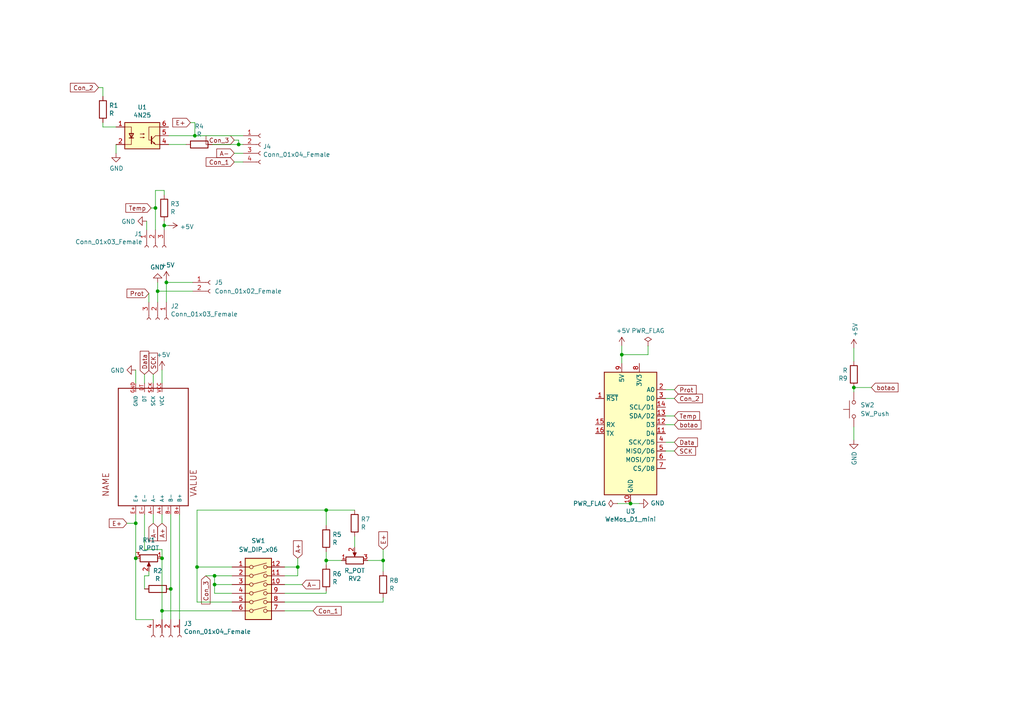
<source format=kicad_sch>
(kicad_sch (version 20211123) (generator eeschema)

  (uuid b1417501-567f-4a8d-ab58-625d8b644399)

  (paper "A4")

  (lib_symbols
    (symbol "Connector:Conn_01x02_Female" (pin_names (offset 1.016) hide) (in_bom yes) (on_board yes)
      (property "Reference" "J" (id 0) (at 0 2.54 0)
        (effects (font (size 1.27 1.27)))
      )
      (property "Value" "Conn_01x02_Female" (id 1) (at 0 -5.08 0)
        (effects (font (size 1.27 1.27)))
      )
      (property "Footprint" "" (id 2) (at 0 0 0)
        (effects (font (size 1.27 1.27)) hide)
      )
      (property "Datasheet" "~" (id 3) (at 0 0 0)
        (effects (font (size 1.27 1.27)) hide)
      )
      (property "ki_keywords" "connector" (id 4) (at 0 0 0)
        (effects (font (size 1.27 1.27)) hide)
      )
      (property "ki_description" "Generic connector, single row, 01x02, script generated (kicad-library-utils/schlib/autogen/connector/)" (id 5) (at 0 0 0)
        (effects (font (size 1.27 1.27)) hide)
      )
      (property "ki_fp_filters" "Connector*:*_1x??_*" (id 6) (at 0 0 0)
        (effects (font (size 1.27 1.27)) hide)
      )
      (symbol "Conn_01x02_Female_1_1"
        (arc (start 0 -2.032) (mid -0.508 -2.54) (end 0 -3.048)
          (stroke (width 0.1524) (type default) (color 0 0 0 0))
          (fill (type none))
        )
        (polyline
          (pts
            (xy -1.27 -2.54)
            (xy -0.508 -2.54)
          )
          (stroke (width 0.1524) (type default) (color 0 0 0 0))
          (fill (type none))
        )
        (polyline
          (pts
            (xy -1.27 0)
            (xy -0.508 0)
          )
          (stroke (width 0.1524) (type default) (color 0 0 0 0))
          (fill (type none))
        )
        (arc (start 0 0.508) (mid -0.508 0) (end 0 -0.508)
          (stroke (width 0.1524) (type default) (color 0 0 0 0))
          (fill (type none))
        )
        (pin passive line (at -5.08 0 0) (length 3.81)
          (name "Pin_1" (effects (font (size 1.27 1.27))))
          (number "1" (effects (font (size 1.27 1.27))))
        )
        (pin passive line (at -5.08 -2.54 0) (length 3.81)
          (name "Pin_2" (effects (font (size 1.27 1.27))))
          (number "2" (effects (font (size 1.27 1.27))))
        )
      )
    )
    (symbol "Connector:Conn_01x03_Female" (pin_names (offset 1.016) hide) (in_bom yes) (on_board yes)
      (property "Reference" "J" (id 0) (at 0 5.08 0)
        (effects (font (size 1.27 1.27)))
      )
      (property "Value" "Conn_01x03_Female" (id 1) (at 0 -5.08 0)
        (effects (font (size 1.27 1.27)))
      )
      (property "Footprint" "" (id 2) (at 0 0 0)
        (effects (font (size 1.27 1.27)) hide)
      )
      (property "Datasheet" "~" (id 3) (at 0 0 0)
        (effects (font (size 1.27 1.27)) hide)
      )
      (property "ki_keywords" "connector" (id 4) (at 0 0 0)
        (effects (font (size 1.27 1.27)) hide)
      )
      (property "ki_description" "Generic connector, single row, 01x03, script generated (kicad-library-utils/schlib/autogen/connector/)" (id 5) (at 0 0 0)
        (effects (font (size 1.27 1.27)) hide)
      )
      (property "ki_fp_filters" "Connector*:*_1x??_*" (id 6) (at 0 0 0)
        (effects (font (size 1.27 1.27)) hide)
      )
      (symbol "Conn_01x03_Female_1_1"
        (arc (start 0 -2.032) (mid -0.508 -2.54) (end 0 -3.048)
          (stroke (width 0.1524) (type default) (color 0 0 0 0))
          (fill (type none))
        )
        (polyline
          (pts
            (xy -1.27 -2.54)
            (xy -0.508 -2.54)
          )
          (stroke (width 0.1524) (type default) (color 0 0 0 0))
          (fill (type none))
        )
        (polyline
          (pts
            (xy -1.27 0)
            (xy -0.508 0)
          )
          (stroke (width 0.1524) (type default) (color 0 0 0 0))
          (fill (type none))
        )
        (polyline
          (pts
            (xy -1.27 2.54)
            (xy -0.508 2.54)
          )
          (stroke (width 0.1524) (type default) (color 0 0 0 0))
          (fill (type none))
        )
        (arc (start 0 0.508) (mid -0.508 0) (end 0 -0.508)
          (stroke (width 0.1524) (type default) (color 0 0 0 0))
          (fill (type none))
        )
        (arc (start 0 3.048) (mid -0.508 2.54) (end 0 2.032)
          (stroke (width 0.1524) (type default) (color 0 0 0 0))
          (fill (type none))
        )
        (pin passive line (at -5.08 2.54 0) (length 3.81)
          (name "Pin_1" (effects (font (size 1.27 1.27))))
          (number "1" (effects (font (size 1.27 1.27))))
        )
        (pin passive line (at -5.08 0 0) (length 3.81)
          (name "Pin_2" (effects (font (size 1.27 1.27))))
          (number "2" (effects (font (size 1.27 1.27))))
        )
        (pin passive line (at -5.08 -2.54 0) (length 3.81)
          (name "Pin_3" (effects (font (size 1.27 1.27))))
          (number "3" (effects (font (size 1.27 1.27))))
        )
      )
    )
    (symbol "Connector:Conn_01x04_Female" (pin_names (offset 1.016) hide) (in_bom yes) (on_board yes)
      (property "Reference" "J" (id 0) (at 0 5.08 0)
        (effects (font (size 1.27 1.27)))
      )
      (property "Value" "Conn_01x04_Female" (id 1) (at 0 -7.62 0)
        (effects (font (size 1.27 1.27)))
      )
      (property "Footprint" "" (id 2) (at 0 0 0)
        (effects (font (size 1.27 1.27)) hide)
      )
      (property "Datasheet" "~" (id 3) (at 0 0 0)
        (effects (font (size 1.27 1.27)) hide)
      )
      (property "ki_keywords" "connector" (id 4) (at 0 0 0)
        (effects (font (size 1.27 1.27)) hide)
      )
      (property "ki_description" "Generic connector, single row, 01x04, script generated (kicad-library-utils/schlib/autogen/connector/)" (id 5) (at 0 0 0)
        (effects (font (size 1.27 1.27)) hide)
      )
      (property "ki_fp_filters" "Connector*:*_1x??_*" (id 6) (at 0 0 0)
        (effects (font (size 1.27 1.27)) hide)
      )
      (symbol "Conn_01x04_Female_1_1"
        (arc (start 0 -4.572) (mid -0.508 -5.08) (end 0 -5.588)
          (stroke (width 0.1524) (type default) (color 0 0 0 0))
          (fill (type none))
        )
        (arc (start 0 -2.032) (mid -0.508 -2.54) (end 0 -3.048)
          (stroke (width 0.1524) (type default) (color 0 0 0 0))
          (fill (type none))
        )
        (polyline
          (pts
            (xy -1.27 -5.08)
            (xy -0.508 -5.08)
          )
          (stroke (width 0.1524) (type default) (color 0 0 0 0))
          (fill (type none))
        )
        (polyline
          (pts
            (xy -1.27 -2.54)
            (xy -0.508 -2.54)
          )
          (stroke (width 0.1524) (type default) (color 0 0 0 0))
          (fill (type none))
        )
        (polyline
          (pts
            (xy -1.27 0)
            (xy -0.508 0)
          )
          (stroke (width 0.1524) (type default) (color 0 0 0 0))
          (fill (type none))
        )
        (polyline
          (pts
            (xy -1.27 2.54)
            (xy -0.508 2.54)
          )
          (stroke (width 0.1524) (type default) (color 0 0 0 0))
          (fill (type none))
        )
        (arc (start 0 0.508) (mid -0.508 0) (end 0 -0.508)
          (stroke (width 0.1524) (type default) (color 0 0 0 0))
          (fill (type none))
        )
        (arc (start 0 3.048) (mid -0.508 2.54) (end 0 2.032)
          (stroke (width 0.1524) (type default) (color 0 0 0 0))
          (fill (type none))
        )
        (pin passive line (at -5.08 2.54 0) (length 3.81)
          (name "Pin_1" (effects (font (size 1.27 1.27))))
          (number "1" (effects (font (size 1.27 1.27))))
        )
        (pin passive line (at -5.08 0 0) (length 3.81)
          (name "Pin_2" (effects (font (size 1.27 1.27))))
          (number "2" (effects (font (size 1.27 1.27))))
        )
        (pin passive line (at -5.08 -2.54 0) (length 3.81)
          (name "Pin_3" (effects (font (size 1.27 1.27))))
          (number "3" (effects (font (size 1.27 1.27))))
        )
        (pin passive line (at -5.08 -5.08 0) (length 3.81)
          (name "Pin_4" (effects (font (size 1.27 1.27))))
          (number "4" (effects (font (size 1.27 1.27))))
        )
      )
    )
    (symbol "Device:R" (pin_numbers hide) (pin_names (offset 0)) (in_bom yes) (on_board yes)
      (property "Reference" "R" (id 0) (at 2.032 0 90)
        (effects (font (size 1.27 1.27)))
      )
      (property "Value" "R" (id 1) (at 0 0 90)
        (effects (font (size 1.27 1.27)))
      )
      (property "Footprint" "" (id 2) (at -1.778 0 90)
        (effects (font (size 1.27 1.27)) hide)
      )
      (property "Datasheet" "~" (id 3) (at 0 0 0)
        (effects (font (size 1.27 1.27)) hide)
      )
      (property "ki_keywords" "R res resistor" (id 4) (at 0 0 0)
        (effects (font (size 1.27 1.27)) hide)
      )
      (property "ki_description" "Resistor" (id 5) (at 0 0 0)
        (effects (font (size 1.27 1.27)) hide)
      )
      (property "ki_fp_filters" "R_*" (id 6) (at 0 0 0)
        (effects (font (size 1.27 1.27)) hide)
      )
      (symbol "R_0_1"
        (rectangle (start -1.016 -2.54) (end 1.016 2.54)
          (stroke (width 0.254) (type default) (color 0 0 0 0))
          (fill (type none))
        )
      )
      (symbol "R_1_1"
        (pin passive line (at 0 3.81 270) (length 1.27)
          (name "~" (effects (font (size 1.27 1.27))))
          (number "1" (effects (font (size 1.27 1.27))))
        )
        (pin passive line (at 0 -3.81 90) (length 1.27)
          (name "~" (effects (font (size 1.27 1.27))))
          (number "2" (effects (font (size 1.27 1.27))))
        )
      )
    )
    (symbol "Isolator:4N25" (pin_names (offset 1.016)) (in_bom yes) (on_board yes)
      (property "Reference" "U" (id 0) (at -5.08 5.08 0)
        (effects (font (size 1.27 1.27)) (justify left))
      )
      (property "Value" "4N25" (id 1) (at 0 5.08 0)
        (effects (font (size 1.27 1.27)) (justify left))
      )
      (property "Footprint" "Package_DIP:DIP-6_W7.62mm" (id 2) (at -5.08 -5.08 0)
        (effects (font (size 1.27 1.27) italic) (justify left) hide)
      )
      (property "Datasheet" "https://www.vishay.com/docs/83725/4n25.pdf" (id 3) (at 0 0 0)
        (effects (font (size 1.27 1.27)) (justify left) hide)
      )
      (property "ki_keywords" "NPN DC Optocoupler Base Connected" (id 4) (at 0 0 0)
        (effects (font (size 1.27 1.27)) hide)
      )
      (property "ki_description" "DC Optocoupler Base Connected, Vce 30V, CTR 20%, Viso 2500V, DIP6" (id 5) (at 0 0 0)
        (effects (font (size 1.27 1.27)) hide)
      )
      (property "ki_fp_filters" "DIP*W7.62mm*" (id 6) (at 0 0 0)
        (effects (font (size 1.27 1.27)) hide)
      )
      (symbol "4N25_0_1"
        (rectangle (start -5.08 3.81) (end 5.08 -3.81)
          (stroke (width 0.254) (type default) (color 0 0 0 0))
          (fill (type background))
        )
        (polyline
          (pts
            (xy -3.81 -0.635)
            (xy -2.54 -0.635)
          )
          (stroke (width 0.254) (type default) (color 0 0 0 0))
          (fill (type none))
        )
        (polyline
          (pts
            (xy 2.667 -1.397)
            (xy 3.81 -2.54)
          )
          (stroke (width 0) (type default) (color 0 0 0 0))
          (fill (type none))
        )
        (polyline
          (pts
            (xy 2.667 -1.143)
            (xy 3.81 0)
          )
          (stroke (width 0) (type default) (color 0 0 0 0))
          (fill (type none))
        )
        (polyline
          (pts
            (xy 3.81 -2.54)
            (xy 5.08 -2.54)
          )
          (stroke (width 0) (type default) (color 0 0 0 0))
          (fill (type none))
        )
        (polyline
          (pts
            (xy 3.81 0)
            (xy 5.08 0)
          )
          (stroke (width 0) (type default) (color 0 0 0 0))
          (fill (type none))
        )
        (polyline
          (pts
            (xy 2.667 -0.254)
            (xy 2.667 -2.286)
            (xy 2.667 -2.286)
          )
          (stroke (width 0.3556) (type default) (color 0 0 0 0))
          (fill (type none))
        )
        (polyline
          (pts
            (xy -5.08 -2.54)
            (xy -3.175 -2.54)
            (xy -3.175 2.54)
            (xy -5.08 2.54)
          )
          (stroke (width 0) (type default) (color 0 0 0 0))
          (fill (type none))
        )
        (polyline
          (pts
            (xy -3.175 -0.635)
            (xy -3.81 0.635)
            (xy -2.54 0.635)
            (xy -3.175 -0.635)
          )
          (stroke (width 0.254) (type default) (color 0 0 0 0))
          (fill (type none))
        )
        (polyline
          (pts
            (xy 3.683 -2.413)
            (xy 3.429 -1.905)
            (xy 3.175 -2.159)
            (xy 3.683 -2.413)
          )
          (stroke (width 0) (type default) (color 0 0 0 0))
          (fill (type none))
        )
        (polyline
          (pts
            (xy 5.08 2.54)
            (xy 1.905 2.54)
            (xy 1.905 -1.27)
            (xy 2.54 -1.27)
          )
          (stroke (width 0) (type default) (color 0 0 0 0))
          (fill (type none))
        )
        (polyline
          (pts
            (xy -0.635 -0.508)
            (xy 0.635 -0.508)
            (xy 0.254 -0.635)
            (xy 0.254 -0.381)
            (xy 0.635 -0.508)
          )
          (stroke (width 0) (type default) (color 0 0 0 0))
          (fill (type none))
        )
        (polyline
          (pts
            (xy -0.635 0.508)
            (xy 0.635 0.508)
            (xy 0.254 0.381)
            (xy 0.254 0.635)
            (xy 0.635 0.508)
          )
          (stroke (width 0) (type default) (color 0 0 0 0))
          (fill (type none))
        )
      )
      (symbol "4N25_1_1"
        (pin passive line (at -7.62 2.54 0) (length 2.54)
          (name "~" (effects (font (size 1.27 1.27))))
          (number "1" (effects (font (size 1.27 1.27))))
        )
        (pin passive line (at -7.62 -2.54 0) (length 2.54)
          (name "~" (effects (font (size 1.27 1.27))))
          (number "2" (effects (font (size 1.27 1.27))))
        )
        (pin no_connect line (at -5.08 0 0) (length 2.54) hide
          (name "NC" (effects (font (size 1.27 1.27))))
          (number "3" (effects (font (size 1.27 1.27))))
        )
        (pin passive line (at 7.62 -2.54 180) (length 2.54)
          (name "~" (effects (font (size 1.27 1.27))))
          (number "4" (effects (font (size 1.27 1.27))))
        )
        (pin passive line (at 7.62 0 180) (length 2.54)
          (name "~" (effects (font (size 1.27 1.27))))
          (number "5" (effects (font (size 1.27 1.27))))
        )
        (pin passive line (at 7.62 2.54 180) (length 2.54)
          (name "~" (effects (font (size 1.27 1.27))))
          (number "6" (effects (font (size 1.27 1.27))))
        )
      )
    )
    (symbol "MCU_Module:WeMos_D1_mini" (in_bom yes) (on_board yes)
      (property "Reference" "U" (id 0) (at 3.81 19.05 0)
        (effects (font (size 1.27 1.27)) (justify left))
      )
      (property "Value" "WeMos_D1_mini" (id 1) (at 1.27 -19.05 0)
        (effects (font (size 1.27 1.27)) (justify left))
      )
      (property "Footprint" "Module:WEMOS_D1_mini_light" (id 2) (at 0 -29.21 0)
        (effects (font (size 1.27 1.27)) hide)
      )
      (property "Datasheet" "https://wiki.wemos.cc/products:d1:d1_mini#documentation" (id 3) (at -46.99 -29.21 0)
        (effects (font (size 1.27 1.27)) hide)
      )
      (property "ki_keywords" "ESP8266 WiFi microcontroller ESP8266EX" (id 4) (at 0 0 0)
        (effects (font (size 1.27 1.27)) hide)
      )
      (property "ki_description" "32-bit microcontroller module with WiFi" (id 5) (at 0 0 0)
        (effects (font (size 1.27 1.27)) hide)
      )
      (property "ki_fp_filters" "WEMOS*D1*mini*" (id 6) (at 0 0 0)
        (effects (font (size 1.27 1.27)) hide)
      )
      (symbol "WeMos_D1_mini_1_1"
        (rectangle (start -7.62 17.78) (end 7.62 -17.78)
          (stroke (width 0.254) (type default) (color 0 0 0 0))
          (fill (type background))
        )
        (pin input line (at -10.16 10.16 0) (length 2.54)
          (name "~{RST}" (effects (font (size 1.27 1.27))))
          (number "1" (effects (font (size 1.27 1.27))))
        )
        (pin power_in line (at 0 -20.32 90) (length 2.54)
          (name "GND" (effects (font (size 1.27 1.27))))
          (number "10" (effects (font (size 1.27 1.27))))
        )
        (pin bidirectional line (at 10.16 0 180) (length 2.54)
          (name "D4" (effects (font (size 1.27 1.27))))
          (number "11" (effects (font (size 1.27 1.27))))
        )
        (pin bidirectional line (at 10.16 2.54 180) (length 2.54)
          (name "D3" (effects (font (size 1.27 1.27))))
          (number "12" (effects (font (size 1.27 1.27))))
        )
        (pin bidirectional line (at 10.16 5.08 180) (length 2.54)
          (name "SDA/D2" (effects (font (size 1.27 1.27))))
          (number "13" (effects (font (size 1.27 1.27))))
        )
        (pin bidirectional line (at 10.16 7.62 180) (length 2.54)
          (name "SCL/D1" (effects (font (size 1.27 1.27))))
          (number "14" (effects (font (size 1.27 1.27))))
        )
        (pin input line (at -10.16 2.54 0) (length 2.54)
          (name "RX" (effects (font (size 1.27 1.27))))
          (number "15" (effects (font (size 1.27 1.27))))
        )
        (pin output line (at -10.16 0 0) (length 2.54)
          (name "TX" (effects (font (size 1.27 1.27))))
          (number "16" (effects (font (size 1.27 1.27))))
        )
        (pin input line (at 10.16 12.7 180) (length 2.54)
          (name "A0" (effects (font (size 1.27 1.27))))
          (number "2" (effects (font (size 1.27 1.27))))
        )
        (pin bidirectional line (at 10.16 10.16 180) (length 2.54)
          (name "D0" (effects (font (size 1.27 1.27))))
          (number "3" (effects (font (size 1.27 1.27))))
        )
        (pin bidirectional line (at 10.16 -2.54 180) (length 2.54)
          (name "SCK/D5" (effects (font (size 1.27 1.27))))
          (number "4" (effects (font (size 1.27 1.27))))
        )
        (pin bidirectional line (at 10.16 -5.08 180) (length 2.54)
          (name "MISO/D6" (effects (font (size 1.27 1.27))))
          (number "5" (effects (font (size 1.27 1.27))))
        )
        (pin bidirectional line (at 10.16 -7.62 180) (length 2.54)
          (name "MOSI/D7" (effects (font (size 1.27 1.27))))
          (number "6" (effects (font (size 1.27 1.27))))
        )
        (pin bidirectional line (at 10.16 -10.16 180) (length 2.54)
          (name "CS/D8" (effects (font (size 1.27 1.27))))
          (number "7" (effects (font (size 1.27 1.27))))
        )
        (pin power_out line (at 2.54 20.32 270) (length 2.54)
          (name "3V3" (effects (font (size 1.27 1.27))))
          (number "8" (effects (font (size 1.27 1.27))))
        )
        (pin power_in line (at -2.54 20.32 270) (length 2.54)
          (name "5V" (effects (font (size 1.27 1.27))))
          (number "9" (effects (font (size 1.27 1.27))))
        )
      )
    )
    (symbol "Switch:SW_DIP_x06" (pin_names (offset 0) hide) (in_bom yes) (on_board yes)
      (property "Reference" "SW" (id 0) (at 0 11.43 0)
        (effects (font (size 1.27 1.27)))
      )
      (property "Value" "SW_DIP_x06" (id 1) (at 0 -8.89 0)
        (effects (font (size 1.27 1.27)))
      )
      (property "Footprint" "" (id 2) (at 0 0 0)
        (effects (font (size 1.27 1.27)) hide)
      )
      (property "Datasheet" "~" (id 3) (at 0 0 0)
        (effects (font (size 1.27 1.27)) hide)
      )
      (property "ki_keywords" "dip switch" (id 4) (at 0 0 0)
        (effects (font (size 1.27 1.27)) hide)
      )
      (property "ki_description" "6x DIP Switch, Single Pole Single Throw (SPST) switch, small symbol" (id 5) (at 0 0 0)
        (effects (font (size 1.27 1.27)) hide)
      )
      (property "ki_fp_filters" "SW?DIP?x6*" (id 6) (at 0 0 0)
        (effects (font (size 1.27 1.27)) hide)
      )
      (symbol "SW_DIP_x06_0_0"
        (circle (center -2.032 -5.08) (radius 0.508)
          (stroke (width 0) (type default) (color 0 0 0 0))
          (fill (type none))
        )
        (circle (center -2.032 -2.54) (radius 0.508)
          (stroke (width 0) (type default) (color 0 0 0 0))
          (fill (type none))
        )
        (circle (center -2.032 0) (radius 0.508)
          (stroke (width 0) (type default) (color 0 0 0 0))
          (fill (type none))
        )
        (circle (center -2.032 2.54) (radius 0.508)
          (stroke (width 0) (type default) (color 0 0 0 0))
          (fill (type none))
        )
        (circle (center -2.032 5.08) (radius 0.508)
          (stroke (width 0) (type default) (color 0 0 0 0))
          (fill (type none))
        )
        (circle (center -2.032 7.62) (radius 0.508)
          (stroke (width 0) (type default) (color 0 0 0 0))
          (fill (type none))
        )
        (polyline
          (pts
            (xy -1.524 -4.9276)
            (xy 2.3622 -3.8862)
          )
          (stroke (width 0) (type default) (color 0 0 0 0))
          (fill (type none))
        )
        (polyline
          (pts
            (xy -1.524 -2.3876)
            (xy 2.3622 -1.3462)
          )
          (stroke (width 0) (type default) (color 0 0 0 0))
          (fill (type none))
        )
        (polyline
          (pts
            (xy -1.524 0.127)
            (xy 2.3622 1.1684)
          )
          (stroke (width 0) (type default) (color 0 0 0 0))
          (fill (type none))
        )
        (polyline
          (pts
            (xy -1.524 2.667)
            (xy 2.3622 3.7084)
          )
          (stroke (width 0) (type default) (color 0 0 0 0))
          (fill (type none))
        )
        (polyline
          (pts
            (xy -1.524 5.207)
            (xy 2.3622 6.2484)
          )
          (stroke (width 0) (type default) (color 0 0 0 0))
          (fill (type none))
        )
        (polyline
          (pts
            (xy -1.524 7.747)
            (xy 2.3622 8.7884)
          )
          (stroke (width 0) (type default) (color 0 0 0 0))
          (fill (type none))
        )
        (circle (center 2.032 -5.08) (radius 0.508)
          (stroke (width 0) (type default) (color 0 0 0 0))
          (fill (type none))
        )
        (circle (center 2.032 -2.54) (radius 0.508)
          (stroke (width 0) (type default) (color 0 0 0 0))
          (fill (type none))
        )
        (circle (center 2.032 0) (radius 0.508)
          (stroke (width 0) (type default) (color 0 0 0 0))
          (fill (type none))
        )
        (circle (center 2.032 2.54) (radius 0.508)
          (stroke (width 0) (type default) (color 0 0 0 0))
          (fill (type none))
        )
        (circle (center 2.032 5.08) (radius 0.508)
          (stroke (width 0) (type default) (color 0 0 0 0))
          (fill (type none))
        )
        (circle (center 2.032 7.62) (radius 0.508)
          (stroke (width 0) (type default) (color 0 0 0 0))
          (fill (type none))
        )
      )
      (symbol "SW_DIP_x06_0_1"
        (rectangle (start -3.81 10.16) (end 3.81 -7.62)
          (stroke (width 0.254) (type default) (color 0 0 0 0))
          (fill (type background))
        )
      )
      (symbol "SW_DIP_x06_1_1"
        (pin passive line (at -7.62 7.62 0) (length 5.08)
          (name "~" (effects (font (size 1.27 1.27))))
          (number "1" (effects (font (size 1.27 1.27))))
        )
        (pin passive line (at 7.62 2.54 180) (length 5.08)
          (name "~" (effects (font (size 1.27 1.27))))
          (number "10" (effects (font (size 1.27 1.27))))
        )
        (pin passive line (at 7.62 5.08 180) (length 5.08)
          (name "~" (effects (font (size 1.27 1.27))))
          (number "11" (effects (font (size 1.27 1.27))))
        )
        (pin passive line (at 7.62 7.62 180) (length 5.08)
          (name "~" (effects (font (size 1.27 1.27))))
          (number "12" (effects (font (size 1.27 1.27))))
        )
        (pin passive line (at -7.62 5.08 0) (length 5.08)
          (name "~" (effects (font (size 1.27 1.27))))
          (number "2" (effects (font (size 1.27 1.27))))
        )
        (pin passive line (at -7.62 2.54 0) (length 5.08)
          (name "~" (effects (font (size 1.27 1.27))))
          (number "3" (effects (font (size 1.27 1.27))))
        )
        (pin passive line (at -7.62 0 0) (length 5.08)
          (name "~" (effects (font (size 1.27 1.27))))
          (number "4" (effects (font (size 1.27 1.27))))
        )
        (pin passive line (at -7.62 -2.54 0) (length 5.08)
          (name "~" (effects (font (size 1.27 1.27))))
          (number "5" (effects (font (size 1.27 1.27))))
        )
        (pin passive line (at -7.62 -5.08 0) (length 5.08)
          (name "~" (effects (font (size 1.27 1.27))))
          (number "6" (effects (font (size 1.27 1.27))))
        )
        (pin passive line (at 7.62 -5.08 180) (length 5.08)
          (name "~" (effects (font (size 1.27 1.27))))
          (number "7" (effects (font (size 1.27 1.27))))
        )
        (pin passive line (at 7.62 -2.54 180) (length 5.08)
          (name "~" (effects (font (size 1.27 1.27))))
          (number "8" (effects (font (size 1.27 1.27))))
        )
        (pin passive line (at 7.62 0 180) (length 5.08)
          (name "~" (effects (font (size 1.27 1.27))))
          (number "9" (effects (font (size 1.27 1.27))))
        )
      )
    )
    (symbol "Switch:SW_Push" (pin_numbers hide) (pin_names (offset 1.016) hide) (in_bom yes) (on_board yes)
      (property "Reference" "SW" (id 0) (at 1.27 2.54 0)
        (effects (font (size 1.27 1.27)) (justify left))
      )
      (property "Value" "SW_Push" (id 1) (at 0 -1.524 0)
        (effects (font (size 1.27 1.27)))
      )
      (property "Footprint" "" (id 2) (at 0 5.08 0)
        (effects (font (size 1.27 1.27)) hide)
      )
      (property "Datasheet" "~" (id 3) (at 0 5.08 0)
        (effects (font (size 1.27 1.27)) hide)
      )
      (property "ki_keywords" "switch normally-open pushbutton push-button" (id 4) (at 0 0 0)
        (effects (font (size 1.27 1.27)) hide)
      )
      (property "ki_description" "Push button switch, generic, two pins" (id 5) (at 0 0 0)
        (effects (font (size 1.27 1.27)) hide)
      )
      (symbol "SW_Push_0_1"
        (circle (center -2.032 0) (radius 0.508)
          (stroke (width 0) (type default) (color 0 0 0 0))
          (fill (type none))
        )
        (polyline
          (pts
            (xy 0 1.27)
            (xy 0 3.048)
          )
          (stroke (width 0) (type default) (color 0 0 0 0))
          (fill (type none))
        )
        (polyline
          (pts
            (xy 2.54 1.27)
            (xy -2.54 1.27)
          )
          (stroke (width 0) (type default) (color 0 0 0 0))
          (fill (type none))
        )
        (circle (center 2.032 0) (radius 0.508)
          (stroke (width 0) (type default) (color 0 0 0 0))
          (fill (type none))
        )
        (pin passive line (at -5.08 0 0) (length 2.54)
          (name "1" (effects (font (size 1.27 1.27))))
          (number "1" (effects (font (size 1.27 1.27))))
        )
        (pin passive line (at 5.08 0 180) (length 2.54)
          (name "2" (effects (font (size 1.27 1.27))))
          (number "2" (effects (font (size 1.27 1.27))))
        )
      )
    )
    (symbol "minicurso-rescue:HX711-HX711" (pin_names (offset 1.016)) (in_bom yes) (on_board yes)
      (property "Reference" "U" (id 0) (at 0 0 0)
        (effects (font (size 1.27 1.27)) (justify left bottom) hide)
      )
      (property "Value" "HX711-HX711" (id 1) (at 0 0 0)
        (effects (font (size 1.27 1.27)) (justify left bottom) hide)
      )
      (property "Footprint" "HX711" (id 2) (at 0 0 0)
        (effects (font (size 1.27 1.27)) (justify left bottom) hide)
      )
      (property "Datasheet" "" (id 3) (at 0 0 0)
        (effects (font (size 1.27 1.27)) (justify left bottom) hide)
      )
      (property "ki_locked" "" (id 4) (at 0 0 0)
        (effects (font (size 1.27 1.27)))
      )
      (symbol "HX711-HX711_0_0"
        (polyline
          (pts
            (xy 0 0)
            (xy 0 20.2946)
          )
          (stroke (width 0.254) (type default) (color 0 0 0 0))
          (fill (type none))
        )
        (polyline
          (pts
            (xy 0 20.2946)
            (xy 34.0614 20.2946)
          )
          (stroke (width 0.254) (type default) (color 0 0 0 0))
          (fill (type none))
        )
        (polyline
          (pts
            (xy 34.0614 0)
            (xy 0 0)
          )
          (stroke (width 0.254) (type default) (color 0 0 0 0))
          (fill (type none))
        )
        (polyline
          (pts
            (xy 34.0614 20.2946)
            (xy 34.0614 0)
          )
          (stroke (width 0.254) (type default) (color 0 0 0 0))
          (fill (type none))
        )
        (text "NAME" (at 2.54 22.86 0)
          (effects (font (size 1.778 1.778)) (justify left bottom))
        )
        (text "VALUE" (at 2.54 -2.54 0)
          (effects (font (size 1.778 1.778)) (justify left bottom))
        )
        (pin bidirectional line (at -2.54 7.62 0) (length 2.54)
          (name "A+" (effects (font (size 1.016 1.016))))
          (number "A+" (effects (font (size 1.016 1.016))))
        )
        (pin bidirectional line (at -2.54 10.16 0) (length 2.54)
          (name "A-" (effects (font (size 1.016 1.016))))
          (number "A-" (effects (font (size 1.016 1.016))))
        )
        (pin bidirectional line (at -2.54 2.54 0) (length 2.54)
          (name "B+" (effects (font (size 1.016 1.016))))
          (number "B+" (effects (font (size 1.016 1.016))))
        )
        (pin bidirectional line (at -2.54 5.08 0) (length 2.54)
          (name "B-" (effects (font (size 1.016 1.016))))
          (number "B-" (effects (font (size 1.016 1.016))))
        )
        (pin bidirectional line (at 35.56 12.7 180) (length 2.54)
          (name "DT" (effects (font (size 1.016 1.016))))
          (number "DT" (effects (font (size 1.016 1.016))))
        )
        (pin bidirectional line (at -2.54 15.24 0) (length 2.54)
          (name "E+" (effects (font (size 1.016 1.016))))
          (number "E+" (effects (font (size 1.016 1.016))))
        )
        (pin bidirectional line (at -2.54 12.7 0) (length 2.54)
          (name "E-" (effects (font (size 1.016 1.016))))
          (number "E-" (effects (font (size 1.016 1.016))))
        )
        (pin bidirectional line (at 35.56 15.24 180) (length 2.54)
          (name "GND" (effects (font (size 1.016 1.016))))
          (number "GND" (effects (font (size 1.016 1.016))))
        )
        (pin bidirectional line (at 35.56 10.16 180) (length 2.54)
          (name "SCK" (effects (font (size 1.016 1.016))))
          (number "SCK" (effects (font (size 1.016 1.016))))
        )
        (pin bidirectional line (at 35.56 7.62 180) (length 2.54)
          (name "VCC" (effects (font (size 1.016 1.016))))
          (number "VCC" (effects (font (size 1.016 1.016))))
        )
      )
    )
    (symbol "minicurso-rescue:R_POT-Device" (pin_names (offset 1.016) hide) (in_bom yes) (on_board yes)
      (property "Reference" "RV" (id 0) (at -4.445 0 90)
        (effects (font (size 1.27 1.27)))
      )
      (property "Value" "R_POT-Device" (id 1) (at -2.54 0 90)
        (effects (font (size 1.27 1.27)))
      )
      (property "Footprint" "" (id 2) (at 0 0 0)
        (effects (font (size 1.27 1.27)) hide)
      )
      (property "Datasheet" "" (id 3) (at 0 0 0)
        (effects (font (size 1.27 1.27)) hide)
      )
      (property "ki_fp_filters" "Potentiometer*" (id 4) (at 0 0 0)
        (effects (font (size 1.27 1.27)) hide)
      )
      (symbol "R_POT-Device_0_1"
        (polyline
          (pts
            (xy 2.54 0)
            (xy 1.524 0)
          )
          (stroke (width 0) (type default) (color 0 0 0 0))
          (fill (type none))
        )
        (polyline
          (pts
            (xy 1.143 0)
            (xy 2.286 0.508)
            (xy 2.286 -0.508)
            (xy 1.143 0)
          )
          (stroke (width 0) (type default) (color 0 0 0 0))
          (fill (type outline))
        )
        (rectangle (start 1.016 2.54) (end -1.016 -2.54)
          (stroke (width 0.254) (type default) (color 0 0 0 0))
          (fill (type none))
        )
      )
      (symbol "R_POT-Device_1_1"
        (pin passive line (at 0 3.81 270) (length 1.27)
          (name "1" (effects (font (size 1.27 1.27))))
          (number "1" (effects (font (size 1.27 1.27))))
        )
        (pin passive line (at 3.81 0 180) (length 1.27)
          (name "2" (effects (font (size 1.27 1.27))))
          (number "2" (effects (font (size 1.27 1.27))))
        )
        (pin passive line (at 0 -3.81 90) (length 1.27)
          (name "3" (effects (font (size 1.27 1.27))))
          (number "3" (effects (font (size 1.27 1.27))))
        )
      )
    )
    (symbol "power:+5V" (power) (pin_names (offset 0)) (in_bom yes) (on_board yes)
      (property "Reference" "#PWR" (id 0) (at 0 -3.81 0)
        (effects (font (size 1.27 1.27)) hide)
      )
      (property "Value" "+5V" (id 1) (at 0 3.556 0)
        (effects (font (size 1.27 1.27)))
      )
      (property "Footprint" "" (id 2) (at 0 0 0)
        (effects (font (size 1.27 1.27)) hide)
      )
      (property "Datasheet" "" (id 3) (at 0 0 0)
        (effects (font (size 1.27 1.27)) hide)
      )
      (property "ki_keywords" "power-flag" (id 4) (at 0 0 0)
        (effects (font (size 1.27 1.27)) hide)
      )
      (property "ki_description" "Power symbol creates a global label with name \"+5V\"" (id 5) (at 0 0 0)
        (effects (font (size 1.27 1.27)) hide)
      )
      (symbol "+5V_0_1"
        (polyline
          (pts
            (xy -0.762 1.27)
            (xy 0 2.54)
          )
          (stroke (width 0) (type default) (color 0 0 0 0))
          (fill (type none))
        )
        (polyline
          (pts
            (xy 0 0)
            (xy 0 2.54)
          )
          (stroke (width 0) (type default) (color 0 0 0 0))
          (fill (type none))
        )
        (polyline
          (pts
            (xy 0 2.54)
            (xy 0.762 1.27)
          )
          (stroke (width 0) (type default) (color 0 0 0 0))
          (fill (type none))
        )
      )
      (symbol "+5V_1_1"
        (pin power_in line (at 0 0 90) (length 0) hide
          (name "+5V" (effects (font (size 1.27 1.27))))
          (number "1" (effects (font (size 1.27 1.27))))
        )
      )
    )
    (symbol "power:GND" (power) (pin_names (offset 0)) (in_bom yes) (on_board yes)
      (property "Reference" "#PWR" (id 0) (at 0 -6.35 0)
        (effects (font (size 1.27 1.27)) hide)
      )
      (property "Value" "GND" (id 1) (at 0 -3.81 0)
        (effects (font (size 1.27 1.27)))
      )
      (property "Footprint" "" (id 2) (at 0 0 0)
        (effects (font (size 1.27 1.27)) hide)
      )
      (property "Datasheet" "" (id 3) (at 0 0 0)
        (effects (font (size 1.27 1.27)) hide)
      )
      (property "ki_keywords" "power-flag" (id 4) (at 0 0 0)
        (effects (font (size 1.27 1.27)) hide)
      )
      (property "ki_description" "Power symbol creates a global label with name \"GND\" , ground" (id 5) (at 0 0 0)
        (effects (font (size 1.27 1.27)) hide)
      )
      (symbol "GND_0_1"
        (polyline
          (pts
            (xy 0 0)
            (xy 0 -1.27)
            (xy 1.27 -1.27)
            (xy 0 -2.54)
            (xy -1.27 -1.27)
            (xy 0 -1.27)
          )
          (stroke (width 0) (type default) (color 0 0 0 0))
          (fill (type none))
        )
      )
      (symbol "GND_1_1"
        (pin power_in line (at 0 0 270) (length 0) hide
          (name "GND" (effects (font (size 1.27 1.27))))
          (number "1" (effects (font (size 1.27 1.27))))
        )
      )
    )
    (symbol "power:PWR_FLAG" (power) (pin_numbers hide) (pin_names (offset 0) hide) (in_bom yes) (on_board yes)
      (property "Reference" "#FLG" (id 0) (at 0 1.905 0)
        (effects (font (size 1.27 1.27)) hide)
      )
      (property "Value" "PWR_FLAG" (id 1) (at 0 3.81 0)
        (effects (font (size 1.27 1.27)))
      )
      (property "Footprint" "" (id 2) (at 0 0 0)
        (effects (font (size 1.27 1.27)) hide)
      )
      (property "Datasheet" "~" (id 3) (at 0 0 0)
        (effects (font (size 1.27 1.27)) hide)
      )
      (property "ki_keywords" "power-flag" (id 4) (at 0 0 0)
        (effects (font (size 1.27 1.27)) hide)
      )
      (property "ki_description" "Special symbol for telling ERC where power comes from" (id 5) (at 0 0 0)
        (effects (font (size 1.27 1.27)) hide)
      )
      (symbol "PWR_FLAG_0_0"
        (pin power_out line (at 0 0 90) (length 0)
          (name "pwr" (effects (font (size 1.27 1.27))))
          (number "1" (effects (font (size 1.27 1.27))))
        )
      )
      (symbol "PWR_FLAG_0_1"
        (polyline
          (pts
            (xy 0 0)
            (xy 0 1.27)
            (xy -1.016 1.905)
            (xy 0 2.54)
            (xy 1.016 1.905)
            (xy 0 1.27)
          )
          (stroke (width 0) (type default) (color 0 0 0 0))
          (fill (type none))
        )
      )
    )
  )

  (junction (at 46.99 177.165) (diameter 0) (color 0 0 0 0)
    (uuid 0c4b1741-1407-409e-8dff-8dd29aed1de8)
  )
  (junction (at 45.72 84.455) (diameter 0) (color 0 0 0 0)
    (uuid 1647b0f8-a0d3-403d-b80b-475ff47f5271)
  )
  (junction (at 86.36 164.465) (diameter 0) (color 0 0 0 0)
    (uuid 1d1eed98-4710-4ef6-9cc6-593288604932)
  )
  (junction (at 180.34 102.87) (diameter 0) (color 0 0 0 0)
    (uuid 26b1b122-152d-44c8-861c-18e5e7f48dd7)
  )
  (junction (at 94.615 147.955) (diameter 0) (color 0 0 0 0)
    (uuid 31eaa971-b06d-4257-be2f-7593fa8794c7)
  )
  (junction (at 111.125 162.56) (diameter 0) (color 0 0 0 0)
    (uuid 3ea6a175-107d-45fc-973b-2d7529017fa8)
  )
  (junction (at 47.625 65.405) (diameter 0) (color 0 0 0 0)
    (uuid 56c80405-99ed-4b89-8b6b-59702aa27da5)
  )
  (junction (at 62.23 169.545) (diameter 0) (color 0 0 0 0)
    (uuid 576a3826-aa08-41e0-8ab0-e48e12e0d657)
  )
  (junction (at 48.26 81.915) (diameter 0) (color 0 0 0 0)
    (uuid 5dc50b2d-bc19-47c3-a6c7-495f4c02e0f3)
  )
  (junction (at 56.515 39.37) (diameter 0) (color 0 0 0 0)
    (uuid 5e1432bc-4d99-4895-9c54-da7056d45c63)
  )
  (junction (at 69.215 41.91) (diameter 0) (color 0 0 0 0)
    (uuid a3fd04af-ae2f-4067-b407-f6e29e9ddd0f)
  )
  (junction (at 45.085 60.325) (diameter 0) (color 0 0 0 0)
    (uuid b472bc7d-a68f-4698-9b98-2d40e99454ea)
  )
  (junction (at 182.88 146.05) (diameter 0) (color 0 0 0 0)
    (uuid c28af379-fce5-4f85-af62-cfca2368f165)
  )
  (junction (at 94.615 162.56) (diameter 0) (color 0 0 0 0)
    (uuid cb9dbb19-f02a-4eb4-b41d-4b7a33a184ff)
  )
  (junction (at 39.37 161.925) (diameter 0) (color 0 0 0 0)
    (uuid dba4dfb1-1483-4bf1-8d2b-71fb129c05a5)
  )
  (junction (at 39.37 151.765) (diameter 0) (color 0 0 0 0)
    (uuid ddad7f17-5854-493b-b262-318231c23819)
  )
  (junction (at 247.65 112.395) (diameter 0) (color 0 0 0 0)
    (uuid e655c48f-0835-4aad-834c-eb7a943ae6e3)
  )
  (junction (at 62.23 167.005) (diameter 0) (color 0 0 0 0)
    (uuid e6ea0461-9495-4a0a-a84b-2b55deb21d1e)
  )
  (junction (at 57.15 164.465) (diameter 0) (color 0 0 0 0)
    (uuid efa0e740-daa6-4438-bec7-d13e4caa21f4)
  )
  (junction (at 49.53 170.815) (diameter 0) (color 0 0 0 0)
    (uuid fb1884f5-7ff7-48c2-beec-64cefbc46010)
  )
  (junction (at 46.99 161.925) (diameter 0) (color 0 0 0 0)
    (uuid fdaf7f29-cff7-40f3-9d01-e7c8e3dc1913)
  )

  (wire (pts (xy 43.815 60.325) (xy 45.085 60.325))
    (stroke (width 0) (type default) (color 0 0 0 0))
    (uuid 045ec236-7201-4512-b1f8-bcd9a150e4f0)
  )
  (wire (pts (xy 45.72 84.455) (xy 55.88 84.455))
    (stroke (width 0) (type default) (color 0 0 0 0))
    (uuid 056b626c-4d9a-4ca6-b4a3-4f18a1dd9da6)
  )
  (wire (pts (xy 94.615 172.085) (xy 94.615 171.45))
    (stroke (width 0) (type default) (color 0 0 0 0))
    (uuid 06422e47-abeb-4c52-b10f-b454c91e7d94)
  )
  (wire (pts (xy 82.55 174.625) (xy 111.125 174.625))
    (stroke (width 0) (type default) (color 0 0 0 0))
    (uuid 08591298-2f89-4437-aa9a-c1889989a3ad)
  )
  (wire (pts (xy 28.575 25.4) (xy 29.845 25.4))
    (stroke (width 0) (type default) (color 0 0 0 0))
    (uuid 08828280-e002-4e4b-b120-c7876e7cffe3)
  )
  (wire (pts (xy 247.65 112.395) (xy 247.65 113.665))
    (stroke (width 0) (type default) (color 0 0 0 0))
    (uuid 08fcaa33-dec8-4cd4-83bd-242c725bf437)
  )
  (wire (pts (xy 70.485 41.91) (xy 69.215 41.91))
    (stroke (width 0) (type default) (color 0 0 0 0))
    (uuid 0dabff60-0afc-480c-abfe-2efcdb75f463)
  )
  (wire (pts (xy 94.615 162.56) (xy 94.615 163.83))
    (stroke (width 0) (type default) (color 0 0 0 0))
    (uuid 0e2d3837-b2f3-42e3-bdea-89c68ca6959d)
  )
  (wire (pts (xy 94.615 147.955) (xy 102.87 147.955))
    (stroke (width 0) (type default) (color 0 0 0 0))
    (uuid 15d2f306-9f28-4e8e-aed5-b23fa729bf19)
  )
  (wire (pts (xy 47.625 65.405) (xy 47.625 64.135))
    (stroke (width 0) (type default) (color 0 0 0 0))
    (uuid 17ad6917-2809-4c79-bc19-1b6e9a9d2c45)
  )
  (wire (pts (xy 59.69 167.005) (xy 62.23 167.005))
    (stroke (width 0) (type default) (color 0 0 0 0))
    (uuid 184afa85-00a8-4014-b413-511ca7239877)
  )
  (wire (pts (xy 82.55 167.005) (xy 86.36 167.005))
    (stroke (width 0) (type default) (color 0 0 0 0))
    (uuid 18fba339-d14b-4462-88e7-4b9dda98630b)
  )
  (wire (pts (xy 41.91 167.005) (xy 41.91 170.815))
    (stroke (width 0) (type default) (color 0 0 0 0))
    (uuid 1b0417c2-3ece-4375-bf72-ac1666b333c9)
  )
  (wire (pts (xy 67.31 164.465) (xy 57.15 164.465))
    (stroke (width 0) (type default) (color 0 0 0 0))
    (uuid 1b0bdcb7-a68d-4c7a-a56d-16a4e233477b)
  )
  (wire (pts (xy 180.34 100.33) (xy 180.34 102.87))
    (stroke (width 0) (type default) (color 0 0 0 0))
    (uuid 1d33cd1b-0a01-4ed6-a37a-fded5d14c935)
  )
  (wire (pts (xy 247.65 112.395) (xy 252.73 112.395))
    (stroke (width 0) (type default) (color 0 0 0 0))
    (uuid 1e0f81bb-aff3-420e-9c82-745ba5652f52)
  )
  (wire (pts (xy 33.655 44.45) (xy 33.655 41.91))
    (stroke (width 0) (type default) (color 0 0 0 0))
    (uuid 2267cb44-5b44-4508-9717-e9a9ffe181ed)
  )
  (wire (pts (xy 67.945 44.45) (xy 70.485 44.45))
    (stroke (width 0) (type default) (color 0 0 0 0))
    (uuid 22ba6d8a-054d-473d-8562-0d3fc610a9fe)
  )
  (wire (pts (xy 57.15 147.955) (xy 57.15 164.465))
    (stroke (width 0) (type default) (color 0 0 0 0))
    (uuid 28df27fb-6c58-4212-8eb7-a74de549915b)
  )
  (wire (pts (xy 62.23 167.005) (xy 67.31 167.005))
    (stroke (width 0) (type default) (color 0 0 0 0))
    (uuid 2ce84263-6714-4318-9296-a572ee6dd19c)
  )
  (wire (pts (xy 111.125 159.385) (xy 111.125 162.56))
    (stroke (width 0) (type default) (color 0 0 0 0))
    (uuid 2e482265-77a3-47e2-9041-5fea8d4a9a69)
  )
  (wire (pts (xy 247.65 123.825) (xy 247.65 127.635))
    (stroke (width 0) (type default) (color 0 0 0 0))
    (uuid 2ec9568a-d1d2-4d5a-8f0b-fc0e6bb84f90)
  )
  (wire (pts (xy 67.31 169.545) (xy 62.23 169.545))
    (stroke (width 0) (type default) (color 0 0 0 0))
    (uuid 2f505c2c-dbc5-4f32-810a-44e1593f97ea)
  )
  (wire (pts (xy 49.53 149.225) (xy 49.53 170.815))
    (stroke (width 0) (type default) (color 0 0 0 0))
    (uuid 3061b589-d9a2-4c29-a634-cd4715247d82)
  )
  (wire (pts (xy 41.91 149.225) (xy 41.91 159.385))
    (stroke (width 0) (type default) (color 0 0 0 0))
    (uuid 3506f8be-c925-4c64-9870-348f55d4aa8e)
  )
  (wire (pts (xy 179.07 146.05) (xy 182.88 146.05))
    (stroke (width 0) (type default) (color 0 0 0 0))
    (uuid 36859fc4-0d9c-4d69-bb5b-1c2423bbf7d9)
  )
  (wire (pts (xy 193.04 130.81) (xy 195.58 130.81))
    (stroke (width 0) (type default) (color 0 0 0 0))
    (uuid 39e964f9-d9d1-4238-9d11-fb54502c8ba1)
  )
  (wire (pts (xy 193.04 120.65) (xy 195.58 120.65))
    (stroke (width 0) (type default) (color 0 0 0 0))
    (uuid 3cd32a46-1213-449d-a404-921b3177f742)
  )
  (wire (pts (xy 48.895 39.37) (xy 56.515 39.37))
    (stroke (width 0) (type default) (color 0 0 0 0))
    (uuid 4a5da89b-8f7c-4385-9b8b-2a052b52d29f)
  )
  (wire (pts (xy 48.26 87.63) (xy 48.26 81.915))
    (stroke (width 0) (type default) (color 0 0 0 0))
    (uuid 4c0dc519-0336-4045-94bb-8aa57bdebc81)
  )
  (wire (pts (xy 47.625 55.245) (xy 45.085 55.245))
    (stroke (width 0) (type default) (color 0 0 0 0))
    (uuid 4cd7b76b-205d-4cdd-8e55-88e48a23a9d2)
  )
  (wire (pts (xy 48.895 41.91) (xy 53.975 41.91))
    (stroke (width 0) (type default) (color 0 0 0 0))
    (uuid 4cdf3774-05c1-4fba-87a4-a0ddb01c4e35)
  )
  (wire (pts (xy 182.88 146.05) (xy 185.42 146.05))
    (stroke (width 0) (type default) (color 0 0 0 0))
    (uuid 4e03e08d-aaa5-4658-be96-cc1b6ee5d232)
  )
  (wire (pts (xy 102.87 155.575) (xy 102.87 158.75))
    (stroke (width 0) (type default) (color 0 0 0 0))
    (uuid 51f3068d-42bc-4206-a8a8-c36b0849eea1)
  )
  (wire (pts (xy 187.96 102.87) (xy 180.34 102.87))
    (stroke (width 0) (type default) (color 0 0 0 0))
    (uuid 52960f8e-1b1e-4863-8da1-3a9797b67567)
  )
  (wire (pts (xy 106.68 162.56) (xy 111.125 162.56))
    (stroke (width 0) (type default) (color 0 0 0 0))
    (uuid 5431545c-c32a-4ac4-bf9d-75928c1307f3)
  )
  (wire (pts (xy 111.125 174.625) (xy 111.125 173.355))
    (stroke (width 0) (type default) (color 0 0 0 0))
    (uuid 54ca854c-5578-485f-9222-205df043b76a)
  )
  (wire (pts (xy 36.83 151.765) (xy 39.37 151.765))
    (stroke (width 0) (type default) (color 0 0 0 0))
    (uuid 584fd53c-189d-4c09-88b8-125eb75b796d)
  )
  (wire (pts (xy 46.99 177.165) (xy 67.31 177.165))
    (stroke (width 0) (type default) (color 0 0 0 0))
    (uuid 59314b4a-2051-42dd-9af8-d4eb6d1b26b9)
  )
  (wire (pts (xy 57.15 147.955) (xy 94.615 147.955))
    (stroke (width 0) (type default) (color 0 0 0 0))
    (uuid 5bb5438e-2005-4a90-8482-edcfc8fd6e76)
  )
  (wire (pts (xy 67.945 40.64) (xy 69.215 40.64))
    (stroke (width 0) (type default) (color 0 0 0 0))
    (uuid 602d6b8d-c50c-4689-866d-ceb73b2904c8)
  )
  (wire (pts (xy 41.91 108.585) (xy 41.91 111.125))
    (stroke (width 0) (type default) (color 0 0 0 0))
    (uuid 69ae2311-923f-462b-b279-74eeba687f88)
  )
  (wire (pts (xy 41.91 159.385) (xy 46.99 159.385))
    (stroke (width 0) (type default) (color 0 0 0 0))
    (uuid 6ac1d844-0ea7-4f77-afc1-aeadf9f374c8)
  )
  (wire (pts (xy 29.845 36.83) (xy 33.655 36.83))
    (stroke (width 0) (type default) (color 0 0 0 0))
    (uuid 7048457e-9ac5-4911-9d1b-8b08abfdfd04)
  )
  (wire (pts (xy 57.15 174.625) (xy 57.15 164.465))
    (stroke (width 0) (type default) (color 0 0 0 0))
    (uuid 7299f04a-6fd0-4a80-83d7-dd6e6e740c11)
  )
  (wire (pts (xy 62.23 172.085) (xy 62.23 169.545))
    (stroke (width 0) (type default) (color 0 0 0 0))
    (uuid 759214ea-789e-4896-8eae-cfbbba6ca09d)
  )
  (wire (pts (xy 46.99 111.125) (xy 46.99 107.315))
    (stroke (width 0) (type default) (color 0 0 0 0))
    (uuid 75ebc44a-3155-4852-9516-d80f97a20ccc)
  )
  (wire (pts (xy 45.085 55.245) (xy 45.085 60.325))
    (stroke (width 0) (type default) (color 0 0 0 0))
    (uuid 7c24df1b-3c59-4287-b447-bf6828805303)
  )
  (wire (pts (xy 45.72 84.455) (xy 45.72 81.915))
    (stroke (width 0) (type default) (color 0 0 0 0))
    (uuid 7cd24db6-333b-45a8-8133-95bc9ba500bd)
  )
  (wire (pts (xy 195.58 123.19) (xy 193.04 123.19))
    (stroke (width 0) (type default) (color 0 0 0 0))
    (uuid 7e32f42c-e3a0-43e1-b03c-d0881056ad03)
  )
  (wire (pts (xy 45.72 87.63) (xy 45.72 84.455))
    (stroke (width 0) (type default) (color 0 0 0 0))
    (uuid 81258987-0184-48ea-b5ca-96e95cac9184)
  )
  (wire (pts (xy 29.845 35.56) (xy 29.845 36.83))
    (stroke (width 0) (type default) (color 0 0 0 0))
    (uuid 8780e56a-5a31-483c-ab1e-f3448fae57b9)
  )
  (wire (pts (xy 67.945 46.99) (xy 70.485 46.99))
    (stroke (width 0) (type default) (color 0 0 0 0))
    (uuid 88b0588a-337a-46fb-b590-e1173930f5bf)
  )
  (wire (pts (xy 48.895 65.405) (xy 47.625 65.405))
    (stroke (width 0) (type default) (color 0 0 0 0))
    (uuid 8f9ea837-0619-4600-bf63-8f1258cfa479)
  )
  (wire (pts (xy 39.37 161.925) (xy 39.37 179.705))
    (stroke (width 0) (type default) (color 0 0 0 0))
    (uuid 94fd3a1d-f7cf-4e81-81ec-578cec84ac7f)
  )
  (wire (pts (xy 86.36 161.925) (xy 86.36 164.465))
    (stroke (width 0) (type default) (color 0 0 0 0))
    (uuid 9a8f11e1-d515-45fe-aa1f-56b8f9736f8d)
  )
  (wire (pts (xy 99.06 162.56) (xy 94.615 162.56))
    (stroke (width 0) (type default) (color 0 0 0 0))
    (uuid 9d90e375-d80e-4b4f-adb6-6aee02694b55)
  )
  (wire (pts (xy 67.31 172.085) (xy 62.23 172.085))
    (stroke (width 0) (type default) (color 0 0 0 0))
    (uuid a0180f24-d759-4c87-80c4-862a206a8676)
  )
  (wire (pts (xy 94.615 160.02) (xy 94.615 162.56))
    (stroke (width 0) (type default) (color 0 0 0 0))
    (uuid a80a3681-91e6-49e0-b7be-6f8b0dc85adc)
  )
  (wire (pts (xy 82.55 169.545) (xy 87.63 169.545))
    (stroke (width 0) (type default) (color 0 0 0 0))
    (uuid a8b89272-77a4-40cc-a24e-18cf1c6ad299)
  )
  (wire (pts (xy 46.99 159.385) (xy 46.99 161.925))
    (stroke (width 0) (type default) (color 0 0 0 0))
    (uuid a93c265f-3320-42bf-aced-4d5fcb7cc32e)
  )
  (wire (pts (xy 69.215 41.91) (xy 61.595 41.91))
    (stroke (width 0) (type default) (color 0 0 0 0))
    (uuid ab655705-78d3-4319-91b0-3a8935cd1eff)
  )
  (wire (pts (xy 193.04 113.03) (xy 195.58 113.03))
    (stroke (width 0) (type default) (color 0 0 0 0))
    (uuid b0adee38-422d-4d64-891c-82ee80f2edc8)
  )
  (wire (pts (xy 39.37 149.225) (xy 39.37 151.765))
    (stroke (width 0) (type default) (color 0 0 0 0))
    (uuid b24b1315-d3e4-4f22-9f8d-423c63475823)
  )
  (wire (pts (xy 39.37 111.125) (xy 39.37 107.315))
    (stroke (width 0) (type default) (color 0 0 0 0))
    (uuid b8c880ea-8c0a-4e93-a4db-2f83da3f661e)
  )
  (wire (pts (xy 86.36 164.465) (xy 82.55 164.465))
    (stroke (width 0) (type default) (color 0 0 0 0))
    (uuid c09d7f33-6d90-47fe-aa0d-f040de5e3069)
  )
  (wire (pts (xy 52.07 149.225) (xy 52.07 179.705))
    (stroke (width 0) (type default) (color 0 0 0 0))
    (uuid c351ace3-5dd1-4f70-8eba-41735c3ce849)
  )
  (wire (pts (xy 46.99 151.765) (xy 46.99 149.225))
    (stroke (width 0) (type default) (color 0 0 0 0))
    (uuid c42fd5b1-65ac-4c95-a811-18db5cfe5499)
  )
  (wire (pts (xy 47.625 56.515) (xy 47.625 55.245))
    (stroke (width 0) (type default) (color 0 0 0 0))
    (uuid c7cf8d61-40ae-4001-a729-1008c7dcaebc)
  )
  (wire (pts (xy 43.18 165.735) (xy 43.18 167.005))
    (stroke (width 0) (type default) (color 0 0 0 0))
    (uuid c921054c-5670-4f11-9df1-7be03482edb6)
  )
  (wire (pts (xy 49.53 170.815) (xy 49.53 179.705))
    (stroke (width 0) (type default) (color 0 0 0 0))
    (uuid ca3cd453-6b65-437f-88e5-e9b69029e831)
  )
  (wire (pts (xy 42.545 66.675) (xy 42.545 64.135))
    (stroke (width 0) (type default) (color 0 0 0 0))
    (uuid cad91cf6-f7ef-436a-b54f-db56b2f37b9f)
  )
  (wire (pts (xy 46.99 177.165) (xy 46.99 179.705))
    (stroke (width 0) (type default) (color 0 0 0 0))
    (uuid cce558a1-f3bc-49f9-bdd3-eb89b36caf41)
  )
  (wire (pts (xy 47.625 66.675) (xy 47.625 65.405))
    (stroke (width 0) (type default) (color 0 0 0 0))
    (uuid cfe4209d-5fde-4586-a58b-90a42003a304)
  )
  (wire (pts (xy 48.26 81.915) (xy 48.26 81.28))
    (stroke (width 0) (type default) (color 0 0 0 0))
    (uuid d1559f9f-c29a-40c3-8338-97576bd17d96)
  )
  (wire (pts (xy 43.18 87.63) (xy 43.18 85.09))
    (stroke (width 0) (type default) (color 0 0 0 0))
    (uuid d216da31-0e3e-4563-b638-8781d5c7bc05)
  )
  (wire (pts (xy 86.36 167.005) (xy 86.36 164.465))
    (stroke (width 0) (type default) (color 0 0 0 0))
    (uuid d22f079d-32b6-437a-9215-c66211c529c4)
  )
  (wire (pts (xy 45.085 60.325) (xy 45.085 66.675))
    (stroke (width 0) (type default) (color 0 0 0 0))
    (uuid d2b8ea75-1705-4683-98ef-f86f76f31ca9)
  )
  (wire (pts (xy 43.18 167.005) (xy 41.91 167.005))
    (stroke (width 0) (type default) (color 0 0 0 0))
    (uuid d3bc8e76-39ad-4631-a034-0f1a87174b4c)
  )
  (wire (pts (xy 48.26 81.915) (xy 55.88 81.915))
    (stroke (width 0) (type default) (color 0 0 0 0))
    (uuid d9dec9be-6cf9-44d1-bdac-0885a475a0a5)
  )
  (wire (pts (xy 82.55 177.165) (xy 90.805 177.165))
    (stroke (width 0) (type default) (color 0 0 0 0))
    (uuid db4619c1-5d68-435d-93bf-e87a49982ee8)
  )
  (wire (pts (xy 247.65 100.965) (xy 247.65 104.775))
    (stroke (width 0) (type default) (color 0 0 0 0))
    (uuid dbfc5dc5-7d99-4f52-89a0-cc5d6d782477)
  )
  (wire (pts (xy 193.04 128.27) (xy 195.58 128.27))
    (stroke (width 0) (type default) (color 0 0 0 0))
    (uuid dcbccde2-509b-44e4-b6a5-9825db87d7df)
  )
  (wire (pts (xy 56.515 39.37) (xy 70.485 39.37))
    (stroke (width 0) (type default) (color 0 0 0 0))
    (uuid dd27adae-86a9-4dd1-8a58-ae391ad70975)
  )
  (wire (pts (xy 62.23 169.545) (xy 62.23 167.005))
    (stroke (width 0) (type default) (color 0 0 0 0))
    (uuid df797de7-9c2f-4874-9db8-0ec53bfee07a)
  )
  (wire (pts (xy 55.245 35.56) (xy 56.515 35.56))
    (stroke (width 0) (type default) (color 0 0 0 0))
    (uuid e0a80d5c-ad48-4cb7-ba1b-b2c6614d4060)
  )
  (wire (pts (xy 111.125 162.56) (xy 111.125 165.735))
    (stroke (width 0) (type default) (color 0 0 0 0))
    (uuid e159bba3-49c1-47c5-85b7-1c897cebe43a)
  )
  (wire (pts (xy 46.99 161.925) (xy 46.99 177.165))
    (stroke (width 0) (type default) (color 0 0 0 0))
    (uuid e1ce9cdc-3e1d-4aae-800f-37fd2286b08e)
  )
  (wire (pts (xy 56.515 35.56) (xy 56.515 39.37))
    (stroke (width 0) (type default) (color 0 0 0 0))
    (uuid e26cfb6e-f151-42c8-a82f-dccf919efc39)
  )
  (wire (pts (xy 39.37 151.765) (xy 39.37 161.925))
    (stroke (width 0) (type default) (color 0 0 0 0))
    (uuid e4212632-742e-4680-8724-9d6990d7b953)
  )
  (wire (pts (xy 29.845 25.4) (xy 29.845 27.94))
    (stroke (width 0) (type default) (color 0 0 0 0))
    (uuid e5249111-5d4b-456c-b62d-8b45f30abfdf)
  )
  (wire (pts (xy 44.45 108.585) (xy 44.45 111.125))
    (stroke (width 0) (type default) (color 0 0 0 0))
    (uuid e54f29c3-24da-4e96-9467-d789700ee6d4)
  )
  (wire (pts (xy 195.58 115.57) (xy 193.04 115.57))
    (stroke (width 0) (type default) (color 0 0 0 0))
    (uuid ec5016cd-ef8b-4b7d-b7b9-d904e240fd69)
  )
  (wire (pts (xy 187.96 100.33) (xy 187.96 102.87))
    (stroke (width 0) (type default) (color 0 0 0 0))
    (uuid ec7a646b-58d7-4525-9a63-60320119f56c)
  )
  (wire (pts (xy 180.34 102.87) (xy 180.34 105.41))
    (stroke (width 0) (type default) (color 0 0 0 0))
    (uuid f034ca7f-0ba9-4245-806a-f57606b0b8e8)
  )
  (wire (pts (xy 67.31 174.625) (xy 57.15 174.625))
    (stroke (width 0) (type default) (color 0 0 0 0))
    (uuid f1e72861-d702-4d9d-b698-f919dc671677)
  )
  (wire (pts (xy 44.45 151.765) (xy 44.45 149.225))
    (stroke (width 0) (type default) (color 0 0 0 0))
    (uuid f4968f99-7f80-492b-bf44-767195d10d27)
  )
  (wire (pts (xy 94.615 152.4) (xy 94.615 147.955))
    (stroke (width 0) (type default) (color 0 0 0 0))
    (uuid f63049f1-f306-4208-9aba-1faca7eac190)
  )
  (wire (pts (xy 82.55 172.085) (xy 94.615 172.085))
    (stroke (width 0) (type default) (color 0 0 0 0))
    (uuid f90638b5-173d-4797-a1d0-1086d29a5324)
  )
  (wire (pts (xy 39.37 179.705) (xy 44.45 179.705))
    (stroke (width 0) (type default) (color 0 0 0 0))
    (uuid fe7c04cf-4b48-4034-9442-c8f37a1f2fc5)
  )
  (wire (pts (xy 69.215 40.64) (xy 69.215 41.91))
    (stroke (width 0) (type default) (color 0 0 0 0))
    (uuid fecc82c7-156b-48f3-b54e-c7125050ee97)
  )

  (global_label "A-" (shape input) (at 87.63 169.545 0) (fields_autoplaced)
    (effects (font (size 1.27 1.27)) (justify left))
    (uuid 1a2ce85e-6b08-4a8d-a18f-85dc24c5c993)
    (property "Intersheet References" "${INTERSHEET_REFS}" (id 0) (at 344.17 266.065 0)
      (effects (font (size 1.27 1.27)) hide)
    )
  )
  (global_label "botao" (shape input) (at 195.58 123.19 0) (fields_autoplaced)
    (effects (font (size 1.27 1.27)) (justify left))
    (uuid 289e67de-024e-4ea1-95c1-183504c5b6e8)
    (property "Intersheet References" "${INTERSHEET_REFS}" (id 0) (at 203.2261 123.1106 0)
      (effects (font (size 1.27 1.27)) (justify left) hide)
    )
  )
  (global_label "E+" (shape input) (at 55.245 35.56 180) (fields_autoplaced)
    (effects (font (size 1.27 1.27)) (justify right))
    (uuid 3e0daaca-4dec-4fcf-908c-9c18d03ead95)
    (property "Intersheet References" "${INTERSHEET_REFS}" (id 0) (at -145.415 -73.66 0)
      (effects (font (size 1.27 1.27)) hide)
    )
  )
  (global_label "Temp" (shape input) (at 195.58 120.65 0) (fields_autoplaced)
    (effects (font (size 1.27 1.27)) (justify left))
    (uuid 41b9c3fd-22a5-424b-895d-aea1b8a272c0)
    (property "Intersheet References" "${INTERSHEET_REFS}" (id 0) (at -67.31 -6.35 0)
      (effects (font (size 1.27 1.27)) hide)
    )
  )
  (global_label "Con_1" (shape input) (at 90.805 177.165 0) (fields_autoplaced)
    (effects (font (size 1.27 1.27)) (justify left))
    (uuid 57c95634-5a76-4e02-9618-82489792576c)
    (property "Intersheet References" "${INTERSHEET_REFS}" (id 0) (at 233.045 358.775 0)
      (effects (font (size 1.27 1.27)) hide)
    )
  )
  (global_label "Prot" (shape input) (at 43.18 85.09 180) (fields_autoplaced)
    (effects (font (size 1.27 1.27)) (justify right))
    (uuid 6da1707c-7fb3-4de2-9eb2-3f4118afdbc4)
    (property "Intersheet References" "${INTERSHEET_REFS}" (id 0) (at -170.18 -60.96 0)
      (effects (font (size 1.27 1.27)) hide)
    )
  )
  (global_label "E+" (shape input) (at 36.83 151.765 180) (fields_autoplaced)
    (effects (font (size 1.27 1.27)) (justify right))
    (uuid 6eb2404a-15e4-46c0-9316-852b6346fbaf)
    (property "Intersheet References" "${INTERSHEET_REFS}" (id 0) (at -113.03 -5.715 0)
      (effects (font (size 1.27 1.27)) hide)
    )
  )
  (global_label "A+" (shape input) (at 86.36 161.925 90) (fields_autoplaced)
    (effects (font (size 1.27 1.27)) (justify left))
    (uuid 72abfe2e-1faa-4e0c-815c-1b8b6e766f14)
    (property "Intersheet References" "${INTERSHEET_REFS}" (id 0) (at -97.79 76.835 0)
      (effects (font (size 1.27 1.27)) hide)
    )
  )
  (global_label "A+" (shape input) (at 46.99 151.765 270) (fields_autoplaced)
    (effects (font (size 1.27 1.27)) (justify right))
    (uuid 7bc3a051-6f09-48e6-8fbb-03a122bae9ef)
    (property "Intersheet References" "${INTERSHEET_REFS}" (id 0) (at -113.03 -5.715 0)
      (effects (font (size 1.27 1.27)) hide)
    )
  )
  (global_label "Con_3" (shape input) (at 59.69 167.005 270) (fields_autoplaced)
    (effects (font (size 1.27 1.27)) (justify right))
    (uuid 7ee9209a-e3a2-4ec5-911c-17c3c0c23a7d)
    (property "Intersheet References" "${INTERSHEET_REFS}" (id 0) (at 156.21 -76.835 0)
      (effects (font (size 1.27 1.27)) hide)
    )
  )
  (global_label "Temp" (shape input) (at 43.815 60.325 180) (fields_autoplaced)
    (effects (font (size 1.27 1.27)) (justify right))
    (uuid 8c00f284-9e00-4348-9e62-eee464808870)
    (property "Intersheet References" "${INTERSHEET_REFS}" (id 0) (at -144.145 -85.725 0)
      (effects (font (size 1.27 1.27)) hide)
    )
  )
  (global_label "SCK" (shape input) (at 44.45 108.585 90) (fields_autoplaced)
    (effects (font (size 1.27 1.27)) (justify left))
    (uuid 9280e5d8-ef94-4abe-a78e-8cff6185315c)
    (property "Intersheet References" "${INTERSHEET_REFS}" (id 0) (at -113.03 -5.715 0)
      (effects (font (size 1.27 1.27)) hide)
    )
  )
  (global_label "E+" (shape input) (at 111.125 159.385 90) (fields_autoplaced)
    (effects (font (size 1.27 1.27)) (justify left))
    (uuid 98557362-133d-43db-855e-171ab60c089b)
    (property "Intersheet References" "${INTERSHEET_REFS}" (id 0) (at -147.955 94.615 0)
      (effects (font (size 1.27 1.27)) hide)
    )
  )
  (global_label "Con_2" (shape input) (at 28.575 25.4 180) (fields_autoplaced)
    (effects (font (size 1.27 1.27)) (justify right))
    (uuid b23a4c3e-913c-47f3-8809-cd4b6c7ef872)
    (property "Intersheet References" "${INTERSHEET_REFS}" (id 0) (at -145.415 -73.66 0)
      (effects (font (size 1.27 1.27)) hide)
    )
  )
  (global_label "Prot" (shape input) (at 195.58 113.03 0) (fields_autoplaced)
    (effects (font (size 1.27 1.27)) (justify left))
    (uuid b46a73d3-43ab-4c5b-bd23-c590539b033d)
    (property "Intersheet References" "${INTERSHEET_REFS}" (id 0) (at -67.31 -11.43 0)
      (effects (font (size 1.27 1.27)) hide)
    )
  )
  (global_label "botao" (shape input) (at 252.73 112.395 0) (fields_autoplaced)
    (effects (font (size 1.27 1.27)) (justify left))
    (uuid b4c79edc-61ad-42f4-8d4e-6045d4929b98)
    (property "Intersheet References" "${INTERSHEET_REFS}" (id 0) (at 260.3761 112.3156 0)
      (effects (font (size 1.27 1.27)) (justify left) hide)
    )
  )
  (global_label "Data" (shape input) (at 195.58 128.27 0) (fields_autoplaced)
    (effects (font (size 1.27 1.27)) (justify left))
    (uuid ba5ffd87-9d0a-4f6e-a908-f97d651baa17)
    (property "Intersheet References" "${INTERSHEET_REFS}" (id 0) (at -67.31 -11.43 0)
      (effects (font (size 1.27 1.27)) hide)
    )
  )
  (global_label "Data" (shape input) (at 41.91 108.585 90) (fields_autoplaced)
    (effects (font (size 1.27 1.27)) (justify left))
    (uuid be2dac82-73b9-4aa2-ac3a-e6c2c51f8da4)
    (property "Intersheet References" "${INTERSHEET_REFS}" (id 0) (at -113.03 -5.715 0)
      (effects (font (size 1.27 1.27)) hide)
    )
  )
  (global_label "Con_1" (shape input) (at 67.945 46.99 180) (fields_autoplaced)
    (effects (font (size 1.27 1.27)) (justify right))
    (uuid d312de31-85ed-49d0-a5f9-d6a59b803a01)
    (property "Intersheet References" "${INTERSHEET_REFS}" (id 0) (at -145.415 -73.66 0)
      (effects (font (size 1.27 1.27)) hide)
    )
  )
  (global_label "SCK" (shape input) (at 195.58 130.81 0) (fields_autoplaced)
    (effects (font (size 1.27 1.27)) (justify left))
    (uuid e747b13a-7dfb-435e-b5c9-bfb3e3c21038)
    (property "Intersheet References" "${INTERSHEET_REFS}" (id 0) (at -67.31 -11.43 0)
      (effects (font (size 1.27 1.27)) hide)
    )
  )
  (global_label "Con_2" (shape input) (at 195.58 115.57 0) (fields_autoplaced)
    (effects (font (size 1.27 1.27)) (justify left))
    (uuid eb17c8ed-dff2-4a0c-b8f2-8d75e958ca0e)
    (property "Intersheet References" "${INTERSHEET_REFS}" (id 0) (at -67.31 -13.97 0)
      (effects (font (size 1.27 1.27)) hide)
    )
  )
  (global_label "A-" (shape input) (at 67.945 44.45 180) (fields_autoplaced)
    (effects (font (size 1.27 1.27)) (justify right))
    (uuid ee0b9f26-921b-499e-8bff-b2ac6d2dda91)
    (property "Intersheet References" "${INTERSHEET_REFS}" (id 0) (at -145.415 -73.66 0)
      (effects (font (size 1.27 1.27)) hide)
    )
  )
  (global_label "A-" (shape input) (at 44.45 151.765 270) (fields_autoplaced)
    (effects (font (size 1.27 1.27)) (justify right))
    (uuid f34cda38-12e1-45da-a07e-540744b850ac)
    (property "Intersheet References" "${INTERSHEET_REFS}" (id 0) (at -113.03 -5.715 0)
      (effects (font (size 1.27 1.27)) hide)
    )
  )
  (global_label "Con_3" (shape input) (at 67.945 40.64 180) (fields_autoplaced)
    (effects (font (size 1.27 1.27)) (justify right))
    (uuid f7a57607-34b0-462f-9430-7251a28138df)
    (property "Intersheet References" "${INTERSHEET_REFS}" (id 0) (at -145.415 -73.66 0)
      (effects (font (size 1.27 1.27)) hide)
    )
  )

  (symbol (lib_id "Device:R") (at 57.785 41.91 270) (unit 1)
    (in_bom yes) (on_board yes)
    (uuid 0271847e-0448-42aa-afd3-5f040729ec8b)
    (property "Reference" "R4" (id 0) (at 57.785 36.6522 90))
    (property "Value" "R" (id 1) (at 57.785 38.9636 90))
    (property "Footprint" "Resistor_THT:R_Axial_DIN0207_L6.3mm_D2.5mm_P10.16mm_Horizontal" (id 2) (at 57.785 40.132 90)
      (effects (font (size 1.27 1.27)) hide)
    )
    (property "Datasheet" "~" (id 3) (at 57.785 41.91 0)
      (effects (font (size 1.27 1.27)) hide)
    )
    (pin "1" (uuid 96a72a7c-19bd-43f2-980f-b68810b2cb72))
    (pin "2" (uuid 18d859b8-58e8-44dc-b8ba-fd873c2874a9))
  )

  (symbol (lib_id "Connector:Conn_01x04_Female") (at 49.53 184.785 270) (unit 1)
    (in_bom yes) (on_board yes)
    (uuid 09b73f5b-9d6a-4877-bccc-5d33f2e110a7)
    (property "Reference" "J3" (id 0) (at 53.2892 180.8734 90)
      (effects (font (size 1.27 1.27)) (justify left))
    )
    (property "Value" "Conn_01x04_Female" (id 1) (at 53.2892 183.1848 90)
      (effects (font (size 1.27 1.27)) (justify left))
    )
    (property "Footprint" "Connector_Phoenix_MC_HighVoltage:PhoenixContact_MCV_1,5_4-G-5.08_1x04_P5.08mm_Vertical" (id 2) (at 49.53 184.785 0)
      (effects (font (size 1.27 1.27)) hide)
    )
    (property "Datasheet" "~" (id 3) (at 49.53 184.785 0)
      (effects (font (size 1.27 1.27)) hide)
    )
    (pin "1" (uuid a43ac7a3-9121-47dd-96f6-991062c54df4))
    (pin "2" (uuid b14ff680-9e4c-4593-a186-07763b8ca8b5))
    (pin "3" (uuid 77aa6008-7966-4ef0-a944-7789adbbb522))
    (pin "4" (uuid 42f0ea9f-bfca-4a55-ad86-64d885478def))
  )

  (symbol (lib_id "Device:R") (at 102.87 151.765 0) (unit 1)
    (in_bom yes) (on_board yes)
    (uuid 0da9074d-e5fd-4465-b844-e577cc869d9a)
    (property "Reference" "R7" (id 0) (at 104.648 150.5966 0)
      (effects (font (size 1.27 1.27)) (justify left))
    )
    (property "Value" "R" (id 1) (at 104.648 152.908 0)
      (effects (font (size 1.27 1.27)) (justify left))
    )
    (property "Footprint" "Resistor_THT:R_Axial_DIN0207_L6.3mm_D2.5mm_P10.16mm_Horizontal" (id 2) (at 101.092 151.765 90)
      (effects (font (size 1.27 1.27)) hide)
    )
    (property "Datasheet" "~" (id 3) (at 102.87 151.765 0)
      (effects (font (size 1.27 1.27)) hide)
    )
    (pin "1" (uuid e648aeff-2537-412c-8b37-b008409d2053))
    (pin "2" (uuid 196789e9-2879-4c7a-978b-b1586253dc87))
  )

  (symbol (lib_id "power:GND") (at 247.65 127.635 0) (unit 1)
    (in_bom yes) (on_board yes)
    (uuid 0ee3d69d-3d59-41dd-b50a-bce393e46a23)
    (property "Reference" "#PWR0111" (id 0) (at 247.65 133.985 0)
      (effects (font (size 1.27 1.27)) hide)
    )
    (property "Value" "GND" (id 1) (at 247.777 130.8862 90)
      (effects (font (size 1.27 1.27)) (justify right))
    )
    (property "Footprint" "" (id 2) (at 247.65 127.635 0)
      (effects (font (size 1.27 1.27)) hide)
    )
    (property "Datasheet" "" (id 3) (at 247.65 127.635 0)
      (effects (font (size 1.27 1.27)) hide)
    )
    (pin "1" (uuid dbf9bbf7-6a51-4ca4-891e-dfa6893e0617))
  )

  (symbol (lib_id "Connector:Conn_01x02_Female") (at 60.96 81.915 0) (unit 1)
    (in_bom yes) (on_board yes) (fields_autoplaced)
    (uuid 172ac3d0-cab4-4bd3-8939-f3f420870a7b)
    (property "Reference" "J5" (id 0) (at 62.23 81.9149 0)
      (effects (font (size 1.27 1.27)) (justify left))
    )
    (property "Value" "Conn_01x02_Female" (id 1) (at 62.23 84.4549 0)
      (effects (font (size 1.27 1.27)) (justify left))
    )
    (property "Footprint" "Connector_BarrelJack:BarrelJack_Horizontal" (id 2) (at 60.96 81.915 0)
      (effects (font (size 1.27 1.27)) hide)
    )
    (property "Datasheet" "~" (id 3) (at 60.96 81.915 0)
      (effects (font (size 1.27 1.27)) hide)
    )
    (pin "1" (uuid e977a89f-0167-4af0-b036-9c4e8f2de05a))
    (pin "2" (uuid b487bb75-2bdc-41e9-a616-e3f3efcd1101))
  )

  (symbol (lib_id "power:GND") (at 185.42 146.05 90) (unit 1)
    (in_bom yes) (on_board yes)
    (uuid 190d3824-814e-4b71-9dfe-1db52f27405a)
    (property "Reference" "#PWR0108" (id 0) (at 191.77 146.05 0)
      (effects (font (size 1.27 1.27)) hide)
    )
    (property "Value" "GND" (id 1) (at 188.6712 145.923 90)
      (effects (font (size 1.27 1.27)) (justify right))
    )
    (property "Footprint" "" (id 2) (at 185.42 146.05 0)
      (effects (font (size 1.27 1.27)) hide)
    )
    (property "Datasheet" "" (id 3) (at 185.42 146.05 0)
      (effects (font (size 1.27 1.27)) hide)
    )
    (pin "1" (uuid 48fc732e-ae7a-42e2-a624-542d39bf5f7f))
  )

  (symbol (lib_id "power:PWR_FLAG") (at 187.96 100.33 0) (unit 1)
    (in_bom yes) (on_board yes)
    (uuid 19ed67a3-dc3c-4069-88ec-c8fd03c8ee59)
    (property "Reference" "#FLG0102" (id 0) (at 187.96 98.425 0)
      (effects (font (size 1.27 1.27)) hide)
    )
    (property "Value" "PWR_FLAG" (id 1) (at 187.96 95.9358 0))
    (property "Footprint" "" (id 2) (at 187.96 100.33 0)
      (effects (font (size 1.27 1.27)) hide)
    )
    (property "Datasheet" "~" (id 3) (at 187.96 100.33 0)
      (effects (font (size 1.27 1.27)) hide)
    )
    (pin "1" (uuid a4aa8768-391d-4229-afb2-e1769c624c87))
  )

  (symbol (lib_id "Device:R") (at 47.625 60.325 0) (unit 1)
    (in_bom yes) (on_board yes)
    (uuid 1c77c357-ff88-47f6-acb9-02efc8db9605)
    (property "Reference" "R3" (id 0) (at 49.403 59.1566 0)
      (effects (font (size 1.27 1.27)) (justify left))
    )
    (property "Value" "R" (id 1) (at 49.403 61.468 0)
      (effects (font (size 1.27 1.27)) (justify left))
    )
    (property "Footprint" "Resistor_THT:R_Axial_DIN0207_L6.3mm_D2.5mm_P10.16mm_Horizontal" (id 2) (at 45.847 60.325 90)
      (effects (font (size 1.27 1.27)) hide)
    )
    (property "Datasheet" "~" (id 3) (at 47.625 60.325 0)
      (effects (font (size 1.27 1.27)) hide)
    )
    (pin "1" (uuid 07defb08-8e76-48b9-9c85-bc5757e2b09e))
    (pin "2" (uuid 08dbf0ca-e857-46ff-88de-f0e33cc70565))
  )

  (symbol (lib_id "Device:R") (at 94.615 156.21 0) (unit 1)
    (in_bom yes) (on_board yes)
    (uuid 28e97d52-609a-4da8-96fa-aa5763d043e8)
    (property "Reference" "R5" (id 0) (at 96.393 155.0416 0)
      (effects (font (size 1.27 1.27)) (justify left))
    )
    (property "Value" "R" (id 1) (at 96.393 157.353 0)
      (effects (font (size 1.27 1.27)) (justify left))
    )
    (property "Footprint" "Resistor_THT:R_Axial_DIN0207_L6.3mm_D2.5mm_P10.16mm_Horizontal" (id 2) (at 92.837 156.21 90)
      (effects (font (size 1.27 1.27)) hide)
    )
    (property "Datasheet" "~" (id 3) (at 94.615 156.21 0)
      (effects (font (size 1.27 1.27)) hide)
    )
    (pin "1" (uuid 500372a3-0bc6-4cdf-b8e0-99477523a417))
    (pin "2" (uuid 570fc1ba-347e-45c6-829e-00f56f8da5c5))
  )

  (symbol (lib_id "Device:R") (at 45.72 170.815 90) (unit 1)
    (in_bom yes) (on_board yes)
    (uuid 2eb8284a-6823-4d81-9509-2af23389be1e)
    (property "Reference" "R2" (id 0) (at 45.72 165.5572 90))
    (property "Value" "R" (id 1) (at 45.72 167.8686 90))
    (property "Footprint" "Resistor_THT:R_Axial_DIN0207_L6.3mm_D2.5mm_P10.16mm_Horizontal" (id 2) (at 45.72 172.593 90)
      (effects (font (size 1.27 1.27)) hide)
    )
    (property "Datasheet" "~" (id 3) (at 45.72 170.815 0)
      (effects (font (size 1.27 1.27)) hide)
    )
    (pin "1" (uuid 1ae27a90-2512-4db7-8758-e41165ac4189))
    (pin "2" (uuid 2d7ad87a-b69e-4dfd-9aa1-9402cad87f21))
  )

  (symbol (lib_id "power:GND") (at 42.545 64.135 270) (unit 1)
    (in_bom yes) (on_board yes)
    (uuid 3f63a295-8de0-4d34-a593-ca4414cd4a68)
    (property "Reference" "#PWR0101" (id 0) (at 36.195 64.135 0)
      (effects (font (size 1.27 1.27)) hide)
    )
    (property "Value" "GND" (id 1) (at 39.2938 64.262 90)
      (effects (font (size 1.27 1.27)) (justify right))
    )
    (property "Footprint" "" (id 2) (at 42.545 64.135 0)
      (effects (font (size 1.27 1.27)) hide)
    )
    (property "Datasheet" "" (id 3) (at 42.545 64.135 0)
      (effects (font (size 1.27 1.27)) hide)
    )
    (pin "1" (uuid d2e69302-9ecb-4a30-a3e3-b5894796c051))
  )

  (symbol (lib_id "power:+5V") (at 247.65 100.965 0) (unit 1)
    (in_bom yes) (on_board yes)
    (uuid 4b226f3a-fe35-4081-b4ec-ae8f31e66203)
    (property "Reference" "#PWR0110" (id 0) (at 247.65 104.775 0)
      (effects (font (size 1.27 1.27)) hide)
    )
    (property "Value" "+5V" (id 1) (at 248.031 97.7138 90)
      (effects (font (size 1.27 1.27)) (justify left))
    )
    (property "Footprint" "" (id 2) (at 247.65 100.965 0)
      (effects (font (size 1.27 1.27)) hide)
    )
    (property "Datasheet" "" (id 3) (at 247.65 100.965 0)
      (effects (font (size 1.27 1.27)) hide)
    )
    (pin "1" (uuid f1686489-2ce2-485d-8671-1b811c4396bf))
  )

  (symbol (lib_id "Switch:SW_Push") (at 247.65 118.745 90) (unit 1)
    (in_bom yes) (on_board yes) (fields_autoplaced)
    (uuid 5411c7dd-1eff-4803-b4b5-5cf4fbce4df5)
    (property "Reference" "SW2" (id 0) (at 249.555 117.4749 90)
      (effects (font (size 1.27 1.27)) (justify right))
    )
    (property "Value" "SW_Push" (id 1) (at 249.555 120.0149 90)
      (effects (font (size 1.27 1.27)) (justify right))
    )
    (property "Footprint" "Button_Switch_THT:SW_PUSH_6mm" (id 2) (at 242.57 118.745 0)
      (effects (font (size 1.27 1.27)) hide)
    )
    (property "Datasheet" "~" (id 3) (at 242.57 118.745 0)
      (effects (font (size 1.27 1.27)) hide)
    )
    (pin "1" (uuid d17979fe-ec23-467b-8e10-aa40cb97aae5))
    (pin "2" (uuid c50942d3-bfe4-472d-8425-c72ff68ed2d3))
  )

  (symbol (lib_id "power:PWR_FLAG") (at 179.07 146.05 90) (unit 1)
    (in_bom yes) (on_board yes)
    (uuid 64da58d3-5b1f-439e-a7dc-f9bb6cff9b80)
    (property "Reference" "#FLG0101" (id 0) (at 177.165 146.05 0)
      (effects (font (size 1.27 1.27)) hide)
    )
    (property "Value" "PWR_FLAG" (id 1) (at 175.8442 146.05 90)
      (effects (font (size 1.27 1.27)) (justify left))
    )
    (property "Footprint" "" (id 2) (at 179.07 146.05 0)
      (effects (font (size 1.27 1.27)) hide)
    )
    (property "Datasheet" "~" (id 3) (at 179.07 146.05 0)
      (effects (font (size 1.27 1.27)) hide)
    )
    (pin "1" (uuid add27f87-45ef-4ff1-9f7b-9d776aeabdea))
  )

  (symbol (lib_id "Device:R") (at 111.125 169.545 0) (unit 1)
    (in_bom yes) (on_board yes)
    (uuid 67a4291d-e936-4df3-97e9-c109a1a067a2)
    (property "Reference" "R8" (id 0) (at 112.903 168.3766 0)
      (effects (font (size 1.27 1.27)) (justify left))
    )
    (property "Value" "R" (id 1) (at 112.903 170.688 0)
      (effects (font (size 1.27 1.27)) (justify left))
    )
    (property "Footprint" "Resistor_THT:R_Axial_DIN0207_L6.3mm_D2.5mm_P10.16mm_Horizontal" (id 2) (at 109.347 169.545 90)
      (effects (font (size 1.27 1.27)) hide)
    )
    (property "Datasheet" "~" (id 3) (at 111.125 169.545 0)
      (effects (font (size 1.27 1.27)) hide)
    )
    (pin "1" (uuid e9ba00a1-b470-43ee-b8d0-980f30558bf8))
    (pin "2" (uuid 8e65e367-82c5-4555-8c3c-bcc7412e109c))
  )

  (symbol (lib_id "Connector:Conn_01x03_Female") (at 45.085 71.755 90) (mirror x) (unit 1)
    (in_bom yes) (on_board yes)
    (uuid 71bae5c6-1cc1-44db-b150-a124a8c85dae)
    (property "Reference" "J1" (id 0) (at 41.3258 67.8434 90)
      (effects (font (size 1.27 1.27)) (justify left))
    )
    (property "Value" "Conn_01x03_Female" (id 1) (at 41.3258 70.1548 90)
      (effects (font (size 1.27 1.27)) (justify left))
    )
    (property "Footprint" "Connector_Phoenix_MC_HighVoltage:PhoenixContact_MCV_1,5_3-G-5.08_1x03_P5.08mm_Vertical" (id 2) (at 45.085 71.755 0)
      (effects (font (size 1.27 1.27)) hide)
    )
    (property "Datasheet" "~" (id 3) (at 45.085 71.755 0)
      (effects (font (size 1.27 1.27)) hide)
    )
    (pin "1" (uuid 88d4ba0b-6630-4bb3-8ec7-58c8499825bf))
    (pin "2" (uuid a10f5c6c-2221-402e-904c-ca955c46ca76))
    (pin "3" (uuid 59c26160-07e1-40d4-a63e-991e1eab4fe4))
  )

  (symbol (lib_id "MCU_Module:WeMos_D1_mini") (at 182.88 125.73 0) (unit 1)
    (in_bom yes) (on_board yes)
    (uuid 8938559d-33d8-4ce0-a87a-d13ccd855053)
    (property "Reference" "U3" (id 0) (at 182.88 148.3106 0))
    (property "Value" "WeMos_D1_mini" (id 1) (at 182.88 150.622 0))
    (property "Footprint" "Module:WEMOS_D1_mini_light" (id 2) (at 182.88 154.94 0)
      (effects (font (size 1.27 1.27)) hide)
    )
    (property "Datasheet" "https://wiki.wemos.cc/products:d1:d1_mini#documentation" (id 3) (at 135.89 154.94 0)
      (effects (font (size 1.27 1.27)) hide)
    )
    (pin "1" (uuid 6a50b5f2-345b-45ba-80e7-43120e3c9a92))
    (pin "10" (uuid 189db8ea-a337-4618-83f0-f9987d7558ac))
    (pin "11" (uuid af1e54d7-272c-453c-87cf-b1ac921ed0e2))
    (pin "12" (uuid 88fa1652-5c96-47b7-a1bd-ff10778e25de))
    (pin "13" (uuid 2278530a-2cb2-457b-aa0b-2a2226a250bc))
    (pin "14" (uuid 8e141b0e-7f73-40a2-b3f1-371aaca3afbb))
    (pin "15" (uuid 1d1486bc-8e9c-4569-9f8b-bcdd7429b6cc))
    (pin "16" (uuid 7cea3760-3af2-425f-a886-71b54d8530d6))
    (pin "2" (uuid 84696939-f5db-4d5b-9f6c-5e81ef788cbb))
    (pin "3" (uuid fef4b583-1a77-472e-b058-e97aedfb0e3d))
    (pin "4" (uuid befca964-cefa-4532-929f-b7f571983d6f))
    (pin "5" (uuid 5148a965-a38d-4a8d-a4c4-92a0d9bb52cb))
    (pin "6" (uuid 991b1f4a-00fd-40d3-ab0e-b842e0368e10))
    (pin "7" (uuid 52540fec-8b52-4c1f-bf81-15fb046183ab))
    (pin "8" (uuid 45b4e22c-3ca9-4a96-a68c-6832af539279))
    (pin "9" (uuid 7bee104c-02dc-4ee4-9e8a-d1ad8072474d))
  )

  (symbol (lib_id "power:GND") (at 33.655 44.45 0) (unit 1)
    (in_bom yes) (on_board yes)
    (uuid 923f4bfc-41ad-459a-9818-52fac3e5262f)
    (property "Reference" "#PWR0103" (id 0) (at 33.655 50.8 0)
      (effects (font (size 1.27 1.27)) hide)
    )
    (property "Value" "GND" (id 1) (at 33.782 48.8442 0))
    (property "Footprint" "" (id 2) (at 33.655 44.45 0)
      (effects (font (size 1.27 1.27)) hide)
    )
    (property "Datasheet" "" (id 3) (at 33.655 44.45 0)
      (effects (font (size 1.27 1.27)) hide)
    )
    (pin "1" (uuid 197c4985-78a1-4f08-bc3d-d212217cdf1a))
  )

  (symbol (lib_id "minicurso-rescue:HX711-HX711") (at 54.61 146.685 90) (unit 1)
    (in_bom yes) (on_board yes)
    (uuid 960e2118-0535-46b5-bee6-259003727c45)
    (property "Reference" "U2" (id 0) (at 54.61 146.685 0)
      (effects (font (size 1.27 1.27)) (justify left bottom) hide)
    )
    (property "Value" "HX711" (id 1) (at 54.61 146.685 0)
      (effects (font (size 1.27 1.27)) (justify left bottom) hide)
    )
    (property "Footprint" "HX711:HX711" (id 2) (at 54.61 146.685 0)
      (effects (font (size 1.27 1.27)) (justify left bottom) hide)
    )
    (property "Datasheet" "" (id 3) (at 54.61 146.685 0)
      (effects (font (size 1.27 1.27)) (justify left bottom) hide)
    )
    (pin "A+" (uuid 6565fefb-ffb1-4d7a-a431-c5781a42ebc0))
    (pin "A-" (uuid 47b487ec-7314-4583-b682-3ded5a858212))
    (pin "B+" (uuid 201c68a0-0051-4773-ace5-5d28a2c8aa5d))
    (pin "B-" (uuid 6e6996be-b13d-45f2-bbf9-d11ef7876610))
    (pin "DT" (uuid bf10440f-0084-45e6-9c33-6999d2663586))
    (pin "E+" (uuid 0a8529c6-0d53-447e-9863-79fc1af386c3))
    (pin "E-" (uuid 5613f28c-eef5-476d-9978-5749c67b9d69))
    (pin "GND" (uuid 00d72c5d-fbd1-43c6-8795-fb8a3539f70a))
    (pin "SCK" (uuid 0d1feaa5-f79c-4c15-8f5c-ced87f16205d))
    (pin "VCC" (uuid 64703bb8-5167-47a4-ab48-c2052f685a36))
  )

  (symbol (lib_id "Device:R") (at 247.65 108.585 180) (unit 1)
    (in_bom yes) (on_board yes)
    (uuid a0c984e3-9f6a-4e2d-83c2-16cabdf9e47d)
    (property "Reference" "R9" (id 0) (at 245.872 109.7534 0)
      (effects (font (size 1.27 1.27)) (justify left))
    )
    (property "Value" "R" (id 1) (at 245.872 107.442 0)
      (effects (font (size 1.27 1.27)) (justify left))
    )
    (property "Footprint" "Resistor_THT:R_Axial_DIN0207_L6.3mm_D2.5mm_P10.16mm_Horizontal" (id 2) (at 249.428 108.585 90)
      (effects (font (size 1.27 1.27)) hide)
    )
    (property "Datasheet" "~" (id 3) (at 247.65 108.585 0)
      (effects (font (size 1.27 1.27)) hide)
    )
    (pin "1" (uuid 70022bb5-9f8e-4cae-9e42-990fa6f4e888))
    (pin "2" (uuid 5480e075-4d61-4fa2-a8a8-e9c5d51f88cb))
  )

  (symbol (lib_id "power:GND") (at 39.37 107.315 270) (unit 1)
    (in_bom yes) (on_board yes)
    (uuid a81fe8a1-51d9-462a-9a62-5ee978bbed71)
    (property "Reference" "#PWR0104" (id 0) (at 33.02 107.315 0)
      (effects (font (size 1.27 1.27)) hide)
    )
    (property "Value" "GND" (id 1) (at 36.1188 107.442 90)
      (effects (font (size 1.27 1.27)) (justify right))
    )
    (property "Footprint" "" (id 2) (at 39.37 107.315 0)
      (effects (font (size 1.27 1.27)) hide)
    )
    (property "Datasheet" "" (id 3) (at 39.37 107.315 0)
      (effects (font (size 1.27 1.27)) hide)
    )
    (pin "1" (uuid b731ee3c-c091-439f-bed2-ec1d5f87f45c))
  )

  (symbol (lib_id "Isolator:4N25") (at 41.275 39.37 0) (unit 1)
    (in_bom yes) (on_board yes)
    (uuid aa339d18-31ff-4d39-baa1-3edf85972524)
    (property "Reference" "U1" (id 0) (at 41.275 31.115 0))
    (property "Value" "4N25" (id 1) (at 41.275 33.4264 0))
    (property "Footprint" "Package_DIP:DIP-6_W7.62mm" (id 2) (at 36.195 44.45 0)
      (effects (font (size 1.27 1.27) italic) (justify left) hide)
    )
    (property "Datasheet" "https://www.vishay.com/docs/83725/4n25.pdf" (id 3) (at 41.275 39.37 0)
      (effects (font (size 1.27 1.27)) (justify left) hide)
    )
    (pin "1" (uuid 6f8cfaf7-4d98-4454-8397-6e0f83df6415))
    (pin "2" (uuid b21f9a79-8528-4741-b13b-bc0b8a42d483))
    (pin "3" (uuid 44f435a0-cfd2-4b73-bcbf-660848e6d53f))
    (pin "4" (uuid 66da10c5-9990-4949-acc2-3fc392425a0c))
    (pin "5" (uuid 6c226be5-04d1-4bcb-aa5e-3ff268c114b1))
    (pin "6" (uuid c8b422e7-f2c6-43c5-ae12-79ed78b343a6))
  )

  (symbol (lib_id "minicurso-rescue:R_POT-Device") (at 102.87 162.56 90) (unit 1)
    (in_bom yes) (on_board yes)
    (uuid b815ccf2-a07a-4f1d-b5d8-bc8caa54aa9d)
    (property "Reference" "RV2" (id 0) (at 102.87 167.8178 90))
    (property "Value" "R_POT" (id 1) (at 102.87 165.5064 90))
    (property "Footprint" "Potentiometer_THT:Potentiometer_Bourns_3266Y_Vertical" (id 2) (at 102.87 162.56 0)
      (effects (font (size 1.27 1.27)) hide)
    )
    (property "Datasheet" "~" (id 3) (at 102.87 162.56 0)
      (effects (font (size 1.27 1.27)) hide)
    )
    (pin "1" (uuid e2a9171e-c78d-434b-b0e7-f78310384c90))
    (pin "2" (uuid bcabcc66-ce32-4998-a0b4-6339d69e51a8))
    (pin "3" (uuid 72192ceb-21a7-4140-b521-e77fe5d26678))
  )

  (symbol (lib_id "Connector:Conn_01x03_Female") (at 45.72 92.71 270) (unit 1)
    (in_bom yes) (on_board yes)
    (uuid b87ba5ac-70be-4334-8f5d-d6aa8ceaece0)
    (property "Reference" "J2" (id 0) (at 49.4792 88.7984 90)
      (effects (font (size 1.27 1.27)) (justify left))
    )
    (property "Value" "Conn_01x03_Female" (id 1) (at 49.4792 91.1098 90)
      (effects (font (size 1.27 1.27)) (justify left))
    )
    (property "Footprint" "Connector_Phoenix_MC_HighVoltage:PhoenixContact_MCV_1,5_3-G-5.08_1x03_P5.08mm_Vertical" (id 2) (at 45.72 92.71 0)
      (effects (font (size 1.27 1.27)) hide)
    )
    (property "Datasheet" "~" (id 3) (at 45.72 92.71 0)
      (effects (font (size 1.27 1.27)) hide)
    )
    (pin "1" (uuid a856cff5-c92e-49b1-a59a-a72e448b7f21))
    (pin "2" (uuid 5bf7179c-325f-4b21-a738-88aa99812ef7))
    (pin "3" (uuid 3b04d120-fafa-4944-9326-28c48b230091))
  )

  (symbol (lib_id "minicurso-rescue:R_POT-Device") (at 43.18 161.925 270) (unit 1)
    (in_bom yes) (on_board yes)
    (uuid bb4b75f9-9a63-4813-8275-019595fe07c9)
    (property "Reference" "RV1" (id 0) (at 43.18 156.6672 90))
    (property "Value" "R_POT" (id 1) (at 43.18 158.9786 90))
    (property "Footprint" "Potentiometer_THT:Potentiometer_Bourns_3266Y_Vertical" (id 2) (at 43.18 161.925 0)
      (effects (font (size 1.27 1.27)) hide)
    )
    (property "Datasheet" "~" (id 3) (at 43.18 161.925 0)
      (effects (font (size 1.27 1.27)) hide)
    )
    (pin "1" (uuid c06f0d80-5502-4add-9147-6a4d1336b7dd))
    (pin "2" (uuid 56f0ddca-3e77-4c57-afbe-d01b3d9559c9))
    (pin "3" (uuid 773521a2-d88b-4fa0-b634-ab5997d9c7fe))
  )

  (symbol (lib_id "Switch:SW_DIP_x06") (at 74.93 172.085 0) (unit 1)
    (in_bom yes) (on_board yes) (fields_autoplaced)
    (uuid cb4db684-eaf7-40d2-aef2-8e90549988b5)
    (property "Reference" "SW1" (id 0) (at 74.93 156.845 0))
    (property "Value" "SW_DIP_x06" (id 1) (at 74.93 159.385 0))
    (property "Footprint" "Button_Switch_THT:SW_DIP_SPSTx06_Slide_9.78x17.42mm_W7.62mm_P2.54mm" (id 2) (at 74.93 172.085 0)
      (effects (font (size 1.27 1.27)) hide)
    )
    (property "Datasheet" "~" (id 3) (at 74.93 172.085 0)
      (effects (font (size 1.27 1.27)) hide)
    )
    (pin "1" (uuid d97ffe18-6081-4642-bc2e-1dbcf88131b9))
    (pin "10" (uuid e68dae5f-a400-45b8-8224-efa433f2b2dc))
    (pin "11" (uuid fc02821a-2208-4114-9f02-cb118ec38c9a))
    (pin "12" (uuid bc7caf99-c6af-4d51-91d8-52d802ef2770))
    (pin "2" (uuid 858d770d-4ea5-4404-96f5-947aa50f5211))
    (pin "3" (uuid ade59a9f-ba5f-4491-89ad-6f67cb7aadec))
    (pin "4" (uuid b0ab71b1-185b-41a1-b644-9724c3380407))
    (pin "5" (uuid 01732452-4604-4145-9782-3310c3a5048a))
    (pin "6" (uuid df338bb1-fc1b-499c-96ce-18891592a77d))
    (pin "7" (uuid aa7f75cb-c118-458d-ab89-781e602be3c7))
    (pin "8" (uuid 09c27145-6f58-4394-8b2a-4fc5c91cc762))
    (pin "9" (uuid ab9b8e6c-b5e1-4b05-bfea-c0d517e35c2d))
  )

  (symbol (lib_id "power:+5V") (at 180.34 100.33 0) (unit 1)
    (in_bom yes) (on_board yes)
    (uuid cb66d643-3b2a-4198-bada-d0ac211b48ae)
    (property "Reference" "#PWR0109" (id 0) (at 180.34 104.14 0)
      (effects (font (size 1.27 1.27)) hide)
    )
    (property "Value" "+5V" (id 1) (at 180.721 95.9358 0))
    (property "Footprint" "" (id 2) (at 180.34 100.33 0)
      (effects (font (size 1.27 1.27)) hide)
    )
    (property "Datasheet" "" (id 3) (at 180.34 100.33 0)
      (effects (font (size 1.27 1.27)) hide)
    )
    (pin "1" (uuid e4bb8f40-f0fc-40ce-b3a4-31d9ad631108))
  )

  (symbol (lib_id "Device:R") (at 29.845 31.75 0) (unit 1)
    (in_bom yes) (on_board yes)
    (uuid cb8bf5ac-2efb-4c51-b1bf-8d22bcc078f5)
    (property "Reference" "R1" (id 0) (at 31.623 30.5816 0)
      (effects (font (size 1.27 1.27)) (justify left))
    )
    (property "Value" "R" (id 1) (at 31.623 32.893 0)
      (effects (font (size 1.27 1.27)) (justify left))
    )
    (property "Footprint" "Resistor_THT:R_Axial_DIN0207_L6.3mm_D2.5mm_P10.16mm_Horizontal" (id 2) (at 28.067 31.75 90)
      (effects (font (size 1.27 1.27)) hide)
    )
    (property "Datasheet" "~" (id 3) (at 29.845 31.75 0)
      (effects (font (size 1.27 1.27)) hide)
    )
    (pin "1" (uuid 1544f861-8f94-4063-aea3-42576001a47d))
    (pin "2" (uuid 4622c9fb-c479-4098-ba3f-dbb2965679ad))
  )

  (symbol (lib_id "power:+5V") (at 48.895 65.405 270) (unit 1)
    (in_bom yes) (on_board yes)
    (uuid cf1f8ab6-b727-42ee-9b4f-a9869137359e)
    (property "Reference" "#PWR0102" (id 0) (at 45.085 65.405 0)
      (effects (font (size 1.27 1.27)) hide)
    )
    (property "Value" "+5V" (id 1) (at 52.1462 65.786 90)
      (effects (font (size 1.27 1.27)) (justify left))
    )
    (property "Footprint" "" (id 2) (at 48.895 65.405 0)
      (effects (font (size 1.27 1.27)) hide)
    )
    (property "Datasheet" "" (id 3) (at 48.895 65.405 0)
      (effects (font (size 1.27 1.27)) hide)
    )
    (pin "1" (uuid 165264e6-efba-47fb-9619-c43ed6fbb1a4))
  )

  (symbol (lib_id "Device:R") (at 94.615 167.64 0) (unit 1)
    (in_bom yes) (on_board yes)
    (uuid d73dfcea-caaf-4984-985e-4f44ae40a843)
    (property "Reference" "R6" (id 0) (at 96.393 166.4716 0)
      (effects (font (size 1.27 1.27)) (justify left))
    )
    (property "Value" "R" (id 1) (at 96.393 168.783 0)
      (effects (font (size 1.27 1.27)) (justify left))
    )
    (property "Footprint" "Resistor_THT:R_Axial_DIN0207_L6.3mm_D2.5mm_P10.16mm_Horizontal" (id 2) (at 92.837 167.64 90)
      (effects (font (size 1.27 1.27)) hide)
    )
    (property "Datasheet" "~" (id 3) (at 94.615 167.64 0)
      (effects (font (size 1.27 1.27)) hide)
    )
    (pin "1" (uuid 0778ad19-e950-4f9b-9aa5-826a3b9d916b))
    (pin "2" (uuid af1ac0e6-01a3-406b-874e-070e569a9fee))
  )

  (symbol (lib_id "power:+5V") (at 48.26 81.28 0) (unit 1)
    (in_bom yes) (on_board yes)
    (uuid dd085bc8-d5d3-4383-8379-234cbc91e9c1)
    (property "Reference" "#PWR0106" (id 0) (at 48.26 85.09 0)
      (effects (font (size 1.27 1.27)) hide)
    )
    (property "Value" "+5V" (id 1) (at 48.641 76.8858 0))
    (property "Footprint" "" (id 2) (at 48.26 81.28 0)
      (effects (font (size 1.27 1.27)) hide)
    )
    (property "Datasheet" "" (id 3) (at 48.26 81.28 0)
      (effects (font (size 1.27 1.27)) hide)
    )
    (pin "1" (uuid 520bdca7-62b9-4bd5-a29b-967bdd5eef97))
  )

  (symbol (lib_id "Connector:Conn_01x04_Female") (at 75.565 41.91 0) (unit 1)
    (in_bom yes) (on_board yes)
    (uuid ed244019-71ca-4f26-8e6f-07f7d17598b3)
    (property "Reference" "J4" (id 0) (at 76.2762 42.5196 0)
      (effects (font (size 1.27 1.27)) (justify left))
    )
    (property "Value" "Conn_01x04_Female" (id 1) (at 76.2762 44.831 0)
      (effects (font (size 1.27 1.27)) (justify left))
    )
    (property "Footprint" "Connector_Phoenix_MC_HighVoltage:PhoenixContact_MCV_1,5_4-G-5.08_1x04_P5.08mm_Vertical" (id 2) (at 75.565 41.91 0)
      (effects (font (size 1.27 1.27)) hide)
    )
    (property "Datasheet" "~" (id 3) (at 75.565 41.91 0)
      (effects (font (size 1.27 1.27)) hide)
    )
    (pin "1" (uuid 21a8b774-74b7-4222-ad1c-f62d3044eb7e))
    (pin "2" (uuid 70b74ebb-8504-4ed6-b350-209c1af95302))
    (pin "3" (uuid 7ff6a869-5a9c-4b1d-aff8-c08f5f63e66b))
    (pin "4" (uuid f248155e-79a8-495f-a486-ddbddad71267))
  )

  (symbol (lib_id "power:GND") (at 45.72 81.915 180) (unit 1)
    (in_bom yes) (on_board yes)
    (uuid ed8cc0e0-b117-4455-b9d5-f15326b9100d)
    (property "Reference" "#PWR0107" (id 0) (at 45.72 75.565 0)
      (effects (font (size 1.27 1.27)) hide)
    )
    (property "Value" "GND" (id 1) (at 45.593 77.5208 0))
    (property "Footprint" "" (id 2) (at 45.72 81.915 0)
      (effects (font (size 1.27 1.27)) hide)
    )
    (property "Datasheet" "" (id 3) (at 45.72 81.915 0)
      (effects (font (size 1.27 1.27)) hide)
    )
    (pin "1" (uuid 13c7984d-a8ae-46c2-a7dd-1c02d81fb03d))
  )

  (symbol (lib_id "power:+5V") (at 46.99 107.315 0) (unit 1)
    (in_bom yes) (on_board yes)
    (uuid f2e2ff7a-4662-406b-b571-751acef84652)
    (property "Reference" "#PWR0105" (id 0) (at 46.99 111.125 0)
      (effects (font (size 1.27 1.27)) hide)
    )
    (property "Value" "+5V" (id 1) (at 47.371 102.9208 0))
    (property "Footprint" "" (id 2) (at 46.99 107.315 0)
      (effects (font (size 1.27 1.27)) hide)
    )
    (property "Datasheet" "" (id 3) (at 46.99 107.315 0)
      (effects (font (size 1.27 1.27)) hide)
    )
    (pin "1" (uuid 38ba008e-c130-4a3d-a6aa-8ad7dbee5666))
  )

  (sheet_instances
    (path "/" (page "1"))
  )

  (symbol_instances
    (path "/64da58d3-5b1f-439e-a7dc-f9bb6cff9b80"
      (reference "#FLG0101") (unit 1) (value "PWR_FLAG") (footprint "")
    )
    (path "/19ed67a3-dc3c-4069-88ec-c8fd03c8ee59"
      (reference "#FLG0102") (unit 1) (value "PWR_FLAG") (footprint "")
    )
    (path "/3f63a295-8de0-4d34-a593-ca4414cd4a68"
      (reference "#PWR0101") (unit 1) (value "GND") (footprint "")
    )
    (path "/cf1f8ab6-b727-42ee-9b4f-a9869137359e"
      (reference "#PWR0102") (unit 1) (value "+5V") (footprint "")
    )
    (path "/923f4bfc-41ad-459a-9818-52fac3e5262f"
      (reference "#PWR0103") (unit 1) (value "GND") (footprint "")
    )
    (path "/a81fe8a1-51d9-462a-9a62-5ee978bbed71"
      (reference "#PWR0104") (unit 1) (value "GND") (footprint "")
    )
    (path "/f2e2ff7a-4662-406b-b571-751acef84652"
      (reference "#PWR0105") (unit 1) (value "+5V") (footprint "")
    )
    (path "/dd085bc8-d5d3-4383-8379-234cbc91e9c1"
      (reference "#PWR0106") (unit 1) (value "+5V") (footprint "")
    )
    (path "/ed8cc0e0-b117-4455-b9d5-f15326b9100d"
      (reference "#PWR0107") (unit 1) (value "GND") (footprint "")
    )
    (path "/190d3824-814e-4b71-9dfe-1db52f27405a"
      (reference "#PWR0108") (unit 1) (value "GND") (footprint "")
    )
    (path "/cb66d643-3b2a-4198-bada-d0ac211b48ae"
      (reference "#PWR0109") (unit 1) (value "+5V") (footprint "")
    )
    (path "/4b226f3a-fe35-4081-b4ec-ae8f31e66203"
      (reference "#PWR0110") (unit 1) (value "+5V") (footprint "")
    )
    (path "/0ee3d69d-3d59-41dd-b50a-bce393e46a23"
      (reference "#PWR0111") (unit 1) (value "GND") (footprint "")
    )
    (path "/71bae5c6-1cc1-44db-b150-a124a8c85dae"
      (reference "J1") (unit 1) (value "Conn_01x03_Female") (footprint "Connector_Phoenix_MC_HighVoltage:PhoenixContact_MCV_1,5_3-G-5.08_1x03_P5.08mm_Vertical")
    )
    (path "/b87ba5ac-70be-4334-8f5d-d6aa8ceaece0"
      (reference "J2") (unit 1) (value "Conn_01x03_Female") (footprint "Connector_Phoenix_MC_HighVoltage:PhoenixContact_MCV_1,5_3-G-5.08_1x03_P5.08mm_Vertical")
    )
    (path "/09b73f5b-9d6a-4877-bccc-5d33f2e110a7"
      (reference "J3") (unit 1) (value "Conn_01x04_Female") (footprint "Connector_Phoenix_MC_HighVoltage:PhoenixContact_MCV_1,5_4-G-5.08_1x04_P5.08mm_Vertical")
    )
    (path "/ed244019-71ca-4f26-8e6f-07f7d17598b3"
      (reference "J4") (unit 1) (value "Conn_01x04_Female") (footprint "Connector_Phoenix_MC_HighVoltage:PhoenixContact_MCV_1,5_4-G-5.08_1x04_P5.08mm_Vertical")
    )
    (path "/172ac3d0-cab4-4bd3-8939-f3f420870a7b"
      (reference "J5") (unit 1) (value "Conn_01x02_Female") (footprint "Connector_BarrelJack:BarrelJack_Horizontal")
    )
    (path "/cb8bf5ac-2efb-4c51-b1bf-8d22bcc078f5"
      (reference "R1") (unit 1) (value "R") (footprint "Resistor_THT:R_Axial_DIN0207_L6.3mm_D2.5mm_P10.16mm_Horizontal")
    )
    (path "/2eb8284a-6823-4d81-9509-2af23389be1e"
      (reference "R2") (unit 1) (value "R") (footprint "Resistor_THT:R_Axial_DIN0207_L6.3mm_D2.5mm_P10.16mm_Horizontal")
    )
    (path "/1c77c357-ff88-47f6-acb9-02efc8db9605"
      (reference "R3") (unit 1) (value "R") (footprint "Resistor_THT:R_Axial_DIN0207_L6.3mm_D2.5mm_P10.16mm_Horizontal")
    )
    (path "/0271847e-0448-42aa-afd3-5f040729ec8b"
      (reference "R4") (unit 1) (value "R") (footprint "Resistor_THT:R_Axial_DIN0207_L6.3mm_D2.5mm_P10.16mm_Horizontal")
    )
    (path "/28e97d52-609a-4da8-96fa-aa5763d043e8"
      (reference "R5") (unit 1) (value "R") (footprint "Resistor_THT:R_Axial_DIN0207_L6.3mm_D2.5mm_P10.16mm_Horizontal")
    )
    (path "/d73dfcea-caaf-4984-985e-4f44ae40a843"
      (reference "R6") (unit 1) (value "R") (footprint "Resistor_THT:R_Axial_DIN0207_L6.3mm_D2.5mm_P10.16mm_Horizontal")
    )
    (path "/0da9074d-e5fd-4465-b844-e577cc869d9a"
      (reference "R7") (unit 1) (value "R") (footprint "Resistor_THT:R_Axial_DIN0207_L6.3mm_D2.5mm_P10.16mm_Horizontal")
    )
    (path "/67a4291d-e936-4df3-97e9-c109a1a067a2"
      (reference "R8") (unit 1) (value "R") (footprint "Resistor_THT:R_Axial_DIN0207_L6.3mm_D2.5mm_P10.16mm_Horizontal")
    )
    (path "/a0c984e3-9f6a-4e2d-83c2-16cabdf9e47d"
      (reference "R9") (unit 1) (value "R") (footprint "Resistor_THT:R_Axial_DIN0207_L6.3mm_D2.5mm_P10.16mm_Horizontal")
    )
    (path "/bb4b75f9-9a63-4813-8275-019595fe07c9"
      (reference "RV1") (unit 1) (value "R_POT") (footprint "Potentiometer_THT:Potentiometer_Bourns_3266Y_Vertical")
    )
    (path "/b815ccf2-a07a-4f1d-b5d8-bc8caa54aa9d"
      (reference "RV2") (unit 1) (value "R_POT") (footprint "Potentiometer_THT:Potentiometer_Bourns_3266Y_Vertical")
    )
    (path "/cb4db684-eaf7-40d2-aef2-8e90549988b5"
      (reference "SW1") (unit 1) (value "SW_DIP_x06") (footprint "Button_Switch_THT:SW_DIP_SPSTx06_Slide_9.78x17.42mm_W7.62mm_P2.54mm")
    )
    (path "/5411c7dd-1eff-4803-b4b5-5cf4fbce4df5"
      (reference "SW2") (unit 1) (value "SW_Push") (footprint "Button_Switch_THT:SW_PUSH_6mm")
    )
    (path "/aa339d18-31ff-4d39-baa1-3edf85972524"
      (reference "U1") (unit 1) (value "4N25") (footprint "Package_DIP:DIP-6_W7.62mm")
    )
    (path "/960e2118-0535-46b5-bee6-259003727c45"
      (reference "U2") (unit 1) (value "HX711") (footprint "HX711:HX711")
    )
    (path "/8938559d-33d8-4ce0-a87a-d13ccd855053"
      (reference "U3") (unit 1) (value "WeMos_D1_mini") (footprint "Module:WEMOS_D1_mini_light")
    )
  )
)

</source>
